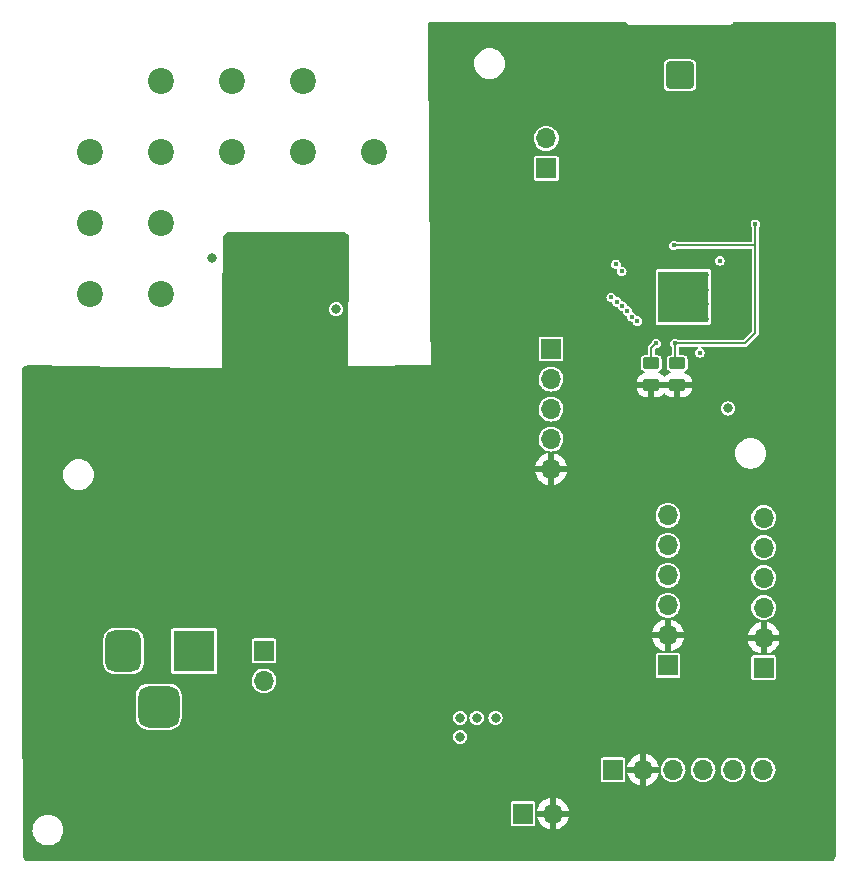
<source format=gbr>
%TF.GenerationSoftware,KiCad,Pcbnew,(6.0.7)*%
%TF.CreationDate,2022-10-02T00:57:54+02:00*%
%TF.ProjectId,sensor_modul,73656e73-6f72-45f6-9d6f-64756c2e6b69,rev?*%
%TF.SameCoordinates,Original*%
%TF.FileFunction,Copper,L4,Bot*%
%TF.FilePolarity,Positive*%
%FSLAX46Y46*%
G04 Gerber Fmt 4.6, Leading zero omitted, Abs format (unit mm)*
G04 Created by KiCad (PCBNEW (6.0.7)) date 2022-10-02 00:57:54*
%MOMM*%
%LPD*%
G01*
G04 APERTURE LIST*
G04 Aperture macros list*
%AMRoundRect*
0 Rectangle with rounded corners*
0 $1 Rounding radius*
0 $2 $3 $4 $5 $6 $7 $8 $9 X,Y pos of 4 corners*
0 Add a 4 corners polygon primitive as box body*
4,1,4,$2,$3,$4,$5,$6,$7,$8,$9,$2,$3,0*
0 Add four circle primitives for the rounded corners*
1,1,$1+$1,$2,$3*
1,1,$1+$1,$4,$5*
1,1,$1+$1,$6,$7*
1,1,$1+$1,$8,$9*
0 Add four rect primitives between the rounded corners*
20,1,$1+$1,$2,$3,$4,$5,0*
20,1,$1+$1,$4,$5,$6,$7,0*
20,1,$1+$1,$6,$7,$8,$9,0*
20,1,$1+$1,$8,$9,$2,$3,0*%
G04 Aperture macros list end*
%TA.AperFunction,ComponentPad*%
%ADD10RoundRect,0.200100X-0.949900X-0.949900X0.949900X-0.949900X0.949900X0.949900X-0.949900X0.949900X0*%
%TD*%
%TA.AperFunction,ComponentPad*%
%ADD11C,2.500000*%
%TD*%
%TA.AperFunction,ComponentPad*%
%ADD12R,3.500000X3.500000*%
%TD*%
%TA.AperFunction,ComponentPad*%
%ADD13RoundRect,0.750000X-0.750000X-1.000000X0.750000X-1.000000X0.750000X1.000000X-0.750000X1.000000X0*%
%TD*%
%TA.AperFunction,ComponentPad*%
%ADD14RoundRect,0.875000X-0.875000X-0.875000X0.875000X-0.875000X0.875000X0.875000X-0.875000X0.875000X0*%
%TD*%
%TA.AperFunction,ComponentPad*%
%ADD15R,1.700000X1.700000*%
%TD*%
%TA.AperFunction,ComponentPad*%
%ADD16O,1.700000X1.700000*%
%TD*%
%TA.AperFunction,ComponentPad*%
%ADD17C,0.500000*%
%TD*%
%TA.AperFunction,SMDPad,CuDef*%
%ADD18R,4.300000X4.300000*%
%TD*%
%TA.AperFunction,SMDPad,CuDef*%
%ADD19RoundRect,0.250000X-0.450000X0.262500X-0.450000X-0.262500X0.450000X-0.262500X0.450000X0.262500X0*%
%TD*%
%TA.AperFunction,ViaPad*%
%ADD20C,2.200000*%
%TD*%
%TA.AperFunction,ViaPad*%
%ADD21C,0.400000*%
%TD*%
%TA.AperFunction,ViaPad*%
%ADD22C,0.800000*%
%TD*%
%TA.AperFunction,Conductor*%
%ADD23C,0.200000*%
%TD*%
G04 APERTURE END LIST*
D10*
%TO.P,J2,1,In*%
%TO.N,Net-(C3-Pad1)*%
X117900000Y-32500000D03*
D11*
%TO.P,J2,2,Ext*%
%TO.N,GND*%
X115360000Y-35040000D03*
X115360000Y-29960000D03*
X120440000Y-29960000D03*
X120440000Y-35040000D03*
%TD*%
D12*
%TO.P,J3,1*%
%TO.N,Net-(D4-Pad1)*%
X76800000Y-81242500D03*
D13*
%TO.P,J3,2*%
%TO.N,Net-(D5-Pad2)*%
X70800000Y-81242500D03*
D14*
%TO.P,J3,3*%
%TO.N,N/C*%
X73800000Y-85942500D03*
%TD*%
D15*
%TO.P,TH1,1*%
%TO.N,/EFR32/Temp_sense*%
X104625000Y-95000000D03*
D16*
%TO.P,TH1,2*%
%TO.N,GND*%
X107165000Y-95000000D03*
%TD*%
D15*
%TO.P,J1,1,Pin_1*%
%TO.N,/EFR32/SPI_CS1*%
X116900000Y-82450000D03*
D16*
%TO.P,J1,2,Pin_2*%
%TO.N,GND*%
X116900000Y-79910000D03*
%TO.P,J1,3,Pin_3*%
%TO.N,/EFR32/SPI_CLK*%
X116900000Y-77370000D03*
%TO.P,J1,4,Pin_4*%
%TO.N,/EFR32/SPI_MOSI*%
X116900000Y-74830000D03*
%TO.P,J1,5,Pin_5*%
%TO.N,/EFR32/SPI_MISO*%
X116900000Y-72290000D03*
%TO.P,J1,6,Pin_6*%
%TO.N,+3V3*%
X116900000Y-69750000D03*
%TD*%
D15*
%TO.P,J4,1,Pin_1*%
%TO.N,/EFR32/SPI_CS2*%
X112250000Y-91300000D03*
D16*
%TO.P,J4,2,Pin_2*%
%TO.N,GND*%
X114790000Y-91300000D03*
%TO.P,J4,3,Pin_3*%
%TO.N,/EFR32/SPI_CLK*%
X117330000Y-91300000D03*
%TO.P,J4,4,Pin_4*%
%TO.N,/EFR32/SPI_MOSI*%
X119870000Y-91300000D03*
%TO.P,J4,5,Pin_5*%
%TO.N,/EFR32/SPI_MISO*%
X122410000Y-91300000D03*
%TO.P,J4,6,Pin_6*%
%TO.N,+3V3*%
X124950000Y-91300000D03*
%TD*%
D17*
%TO.P,U2,49*%
%TO.N,N/C*%
X120110000Y-50631667D03*
X118843333Y-49365000D03*
X117576667Y-51898333D03*
X117576667Y-50631667D03*
D18*
X118210000Y-51265000D03*
D17*
X118843333Y-53165000D03*
X116310000Y-50631667D03*
X118843333Y-50631667D03*
X116310000Y-49365000D03*
X116310000Y-51898333D03*
X116310000Y-53165000D03*
X120110000Y-51898333D03*
X117576667Y-53165000D03*
X118843333Y-51898333D03*
X120110000Y-49365000D03*
X120110000Y-53165000D03*
X117576667Y-49365000D03*
%TD*%
D15*
%TO.P,J7,1,Pin_1*%
%TO.N,+3V3*%
X107000000Y-55675000D03*
D16*
%TO.P,J7,2,Pin_2*%
%TO.N,/EFR32/SWDIO*%
X107000000Y-58215000D03*
%TO.P,J7,3,Pin_3*%
%TO.N,/EFR32/SWCLK*%
X107000000Y-60755000D03*
%TO.P,J7,4,Pin_4*%
%TO.N,/EFR32/RESET*%
X107000000Y-63295000D03*
%TO.P,J7,5,Pin_5*%
%TO.N,GND*%
X107000000Y-65835000D03*
%TD*%
D15*
%TO.P,J6,1,Pin_1*%
%TO.N,Net-(D3-Pad2)*%
X106600000Y-40375000D03*
D16*
%TO.P,J6,2,Pin_2*%
%TO.N,+3V3*%
X106600000Y-37835000D03*
%TD*%
D15*
%TO.P,J5,1,Pin_1*%
%TO.N,/EFR32/SPI_CS3*%
X125000000Y-82650000D03*
D16*
%TO.P,J5,2,Pin_2*%
%TO.N,GND*%
X125000000Y-80110000D03*
%TO.P,J5,3,Pin_3*%
%TO.N,/EFR32/SPI_CLK*%
X125000000Y-77570000D03*
%TO.P,J5,4,Pin_4*%
%TO.N,/EFR32/SPI_MOSI*%
X125000000Y-75030000D03*
%TO.P,J5,5,Pin_5*%
%TO.N,/EFR32/SPI_MISO*%
X125000000Y-72490000D03*
%TO.P,J5,6,Pin_6*%
%TO.N,+3V3*%
X125000000Y-69950000D03*
%TD*%
D15*
%TO.P,J8,1,Pin_1*%
%TO.N,Net-(D4-Pad2)*%
X82700000Y-81225000D03*
D16*
%TO.P,J8,2,Pin_2*%
%TO.N,Net-(D5-Pad1)*%
X82700000Y-83765000D03*
%TD*%
D19*
%TO.P,C17,1*%
%TO.N,VDCDC*%
X117700000Y-56887500D03*
%TO.P,C17,2*%
%TO.N,GND*%
X117700000Y-58712500D03*
%TD*%
%TO.P,C11,1*%
%TO.N,+3V3*%
X115500000Y-56887500D03*
%TO.P,C11,2*%
%TO.N,GND*%
X115500000Y-58712500D03*
%TD*%
D20*
%TO.N,*%
X68000000Y-39000000D03*
X74000000Y-33000000D03*
X74000000Y-39000000D03*
X68000000Y-51000000D03*
X74000000Y-51000000D03*
X68000000Y-45000000D03*
X86000000Y-33000000D03*
X92000000Y-39000000D03*
X74000000Y-45000000D03*
X80000000Y-33000000D03*
X86000000Y-39000000D03*
X80000000Y-39000000D03*
D21*
%TO.N,/EFR32/SPI_CS1*%
X113036532Y-52038612D03*
%TO.N,+3V3*%
X115900000Y-55200000D03*
D22*
X99300000Y-88500000D03*
X99300000Y-86900000D03*
X78300000Y-48000000D03*
X88800000Y-52300000D03*
X102300000Y-86900000D03*
D21*
X119600000Y-56000000D03*
D22*
X100700000Y-86900000D03*
%TO.N,GND*%
X129500000Y-55500000D03*
X110000000Y-46000000D03*
X63600000Y-58200000D03*
D21*
X119200000Y-39900000D03*
D22*
X129500000Y-49500000D03*
X63600000Y-76300000D03*
X73660000Y-63500000D03*
X86100000Y-46300000D03*
D21*
X119200000Y-41800000D03*
D22*
X129500000Y-65500000D03*
X75000000Y-60000000D03*
X129500000Y-93500000D03*
X117500000Y-98000000D03*
X125500000Y-41500000D03*
X129500000Y-47500000D03*
X73500000Y-98000000D03*
X88900000Y-63500000D03*
X127500000Y-35500000D03*
X87500000Y-98000000D03*
X78740000Y-71120000D03*
X129500000Y-37500000D03*
X106000000Y-31900000D03*
X70000000Y-67620000D03*
X129500000Y-77500000D03*
X63600000Y-72300000D03*
X125500000Y-37500000D03*
X127500000Y-49500000D03*
X110000000Y-42000000D03*
X127500000Y-47500000D03*
X109500000Y-98000000D03*
X110000000Y-44000000D03*
X129500000Y-53500000D03*
X123500000Y-39500000D03*
X103500000Y-98000000D03*
X63600000Y-78300000D03*
X127500000Y-39500000D03*
X69465514Y-97941378D03*
X63600000Y-88300000D03*
X129500000Y-79500000D03*
X85000000Y-60000000D03*
X129500000Y-63500000D03*
X123500000Y-98000000D03*
X112000000Y-30000000D03*
D21*
X84800000Y-49900000D03*
D22*
X125500000Y-39500000D03*
X63600000Y-74300000D03*
D21*
X121200000Y-42400000D03*
D22*
X125500000Y-43500000D03*
X73660000Y-71120000D03*
X80000000Y-60000000D03*
X112000000Y-46000000D03*
X129500000Y-81500000D03*
X113500000Y-98000000D03*
X63600000Y-86300000D03*
X66200000Y-63500000D03*
X63600000Y-62200000D03*
X112000000Y-34000000D03*
X121500000Y-98000000D03*
X114000000Y-39000000D03*
X129500000Y-75500000D03*
X123500000Y-33500000D03*
X129500000Y-41500000D03*
X63600000Y-80300000D03*
X129500000Y-61500000D03*
X85000000Y-67620000D03*
X108000000Y-30000000D03*
X125500000Y-98000000D03*
X79500000Y-98000000D03*
X108000000Y-34000000D03*
X123500000Y-31500000D03*
X110000000Y-32000000D03*
X83820000Y-71120000D03*
X127500000Y-41500000D03*
X95500000Y-98000000D03*
X127500000Y-33500000D03*
X110000000Y-30000000D03*
D21*
X116616388Y-55209988D03*
D22*
X90000000Y-67620000D03*
X108000000Y-31900000D03*
X78740000Y-63500000D03*
X63600000Y-82300000D03*
X89500000Y-98000000D03*
X127500000Y-53500000D03*
X129500000Y-33500000D03*
X82600000Y-46300000D03*
X112000000Y-36000000D03*
X125500000Y-31500000D03*
X129500000Y-29500000D03*
X77500000Y-98000000D03*
X129500000Y-59500000D03*
X129500000Y-73500000D03*
X112000000Y-44000000D03*
X127500000Y-29500000D03*
X129500000Y-89500000D03*
X129500000Y-67500000D03*
X88300000Y-46300000D03*
X129500000Y-35500000D03*
X129500000Y-57500000D03*
X67486214Y-97894252D03*
X123500000Y-35500000D03*
X63600000Y-64200000D03*
D21*
X121200000Y-40800000D03*
D22*
X129500000Y-95500000D03*
X110000000Y-38000000D03*
X110000000Y-34000000D03*
X110000000Y-40000000D03*
X127500000Y-51500000D03*
X80000000Y-67620000D03*
X115500000Y-98000000D03*
X123500000Y-29500000D03*
X85500000Y-98000000D03*
X129500000Y-43500000D03*
X97500000Y-98000000D03*
X119500000Y-98000000D03*
X129500000Y-31500000D03*
X84400000Y-46300000D03*
X81500000Y-98000000D03*
X75000000Y-67620000D03*
X129500000Y-85500000D03*
X81600000Y-51500000D03*
X129500000Y-91500000D03*
X107500000Y-98000000D03*
X99500000Y-98000000D03*
X106000000Y-30000000D03*
X112000000Y-42000000D03*
D21*
X121200000Y-39200000D03*
D22*
X114000000Y-43000000D03*
X114000000Y-45000000D03*
X63600000Y-60200000D03*
D21*
X117000000Y-38000000D03*
D22*
X127500000Y-31500000D03*
X129500000Y-69500000D03*
X129500000Y-97500000D03*
X91500000Y-98000000D03*
X105500000Y-98000000D03*
D21*
X120600000Y-37800000D03*
D22*
X75500000Y-98000000D03*
X125500000Y-29500000D03*
X127500000Y-43500000D03*
X127500000Y-98000000D03*
X63600000Y-90300000D03*
X114000000Y-41000000D03*
X129500000Y-83500000D03*
X87100000Y-51100000D03*
X123500000Y-43500000D03*
X93500000Y-98000000D03*
X110000000Y-36000000D03*
X70000000Y-60000000D03*
X129500000Y-71500000D03*
X63600000Y-84300000D03*
X129500000Y-51500000D03*
X71500000Y-98000000D03*
X112000000Y-40000000D03*
X63600000Y-92300000D03*
X127500000Y-37500000D03*
X101500000Y-98000000D03*
X112000000Y-32000000D03*
X106000000Y-34000000D03*
X125500000Y-35500000D03*
X88900000Y-71120000D03*
D21*
X84800000Y-48400000D03*
D22*
X90000000Y-60000000D03*
X127500000Y-45500000D03*
X83820000Y-63500000D03*
X123500000Y-37500000D03*
X129500000Y-39500000D03*
X112000000Y-38000000D03*
X111500000Y-98000000D03*
X83500000Y-98000000D03*
X125500000Y-33500000D03*
X93980000Y-63500000D03*
X129500000Y-87500000D03*
X80700000Y-46300000D03*
X123500000Y-41500000D03*
X129500000Y-45500000D03*
D21*
%TO.N,VDCDC*%
X117400500Y-46900000D03*
X117500000Y-55200000D03*
X124300000Y-45100000D03*
%TO.N,/EFR32/SPI_CLK*%
X113467447Y-52455403D03*
%TO.N,/EFR32/SPI_MOSI*%
X113820904Y-52939625D03*
%TO.N,/EFR32/SPI_MISO*%
X114300000Y-53300000D03*
%TO.N,/EFR32/SPI_CS2*%
X112088752Y-51304351D03*
%TO.N,/EFR32/SPI_CS3*%
X112558478Y-51676856D03*
%TO.N,/EFR32/RESET*%
X121300000Y-48200000D03*
D22*
X122000000Y-60700000D03*
D21*
%TO.N,/EFR32/SWDIO*%
X112500000Y-48500000D03*
%TO.N,/EFR32/SWCLK*%
X113000000Y-49100000D03*
%TD*%
D23*
%TO.N,+3V3*%
X115500000Y-56000000D02*
X115500000Y-56887500D01*
X115500000Y-56000000D02*
X115500000Y-55600000D01*
X115500000Y-55600000D02*
X115900000Y-55200000D01*
%TO.N,VDCDC*%
X117500000Y-56687500D02*
X117700000Y-56887500D01*
X123400000Y-55200000D02*
X117500000Y-55200000D01*
X124300000Y-54300000D02*
X124300000Y-46800000D01*
X124300000Y-46800000D02*
X124300000Y-45100000D01*
X117400500Y-46900000D02*
X124200000Y-46900000D01*
X123400000Y-55200000D02*
X124300000Y-54300000D01*
X117500000Y-55200000D02*
X117500000Y-56687500D01*
X124200000Y-46900000D02*
X124300000Y-46800000D01*
%TD*%
%TA.AperFunction,Conductor*%
%TO.N,GND*%
G36*
X113385123Y-28018806D02*
G01*
X113399456Y-28044769D01*
X113399455Y-28045563D01*
X113402502Y-28051908D01*
X113402502Y-28051909D01*
X113427748Y-28104484D01*
X113439052Y-28128024D01*
X113510492Y-28185156D01*
X113577219Y-28200500D01*
X122222603Y-28200500D01*
X122265959Y-28190610D01*
X122282325Y-28186877D01*
X122282326Y-28186877D01*
X122289185Y-28185312D01*
X122325555Y-28156330D01*
X122355219Y-28132692D01*
X122355220Y-28132691D01*
X122360724Y-28128305D01*
X122372214Y-28104484D01*
X122397408Y-28052252D01*
X122397409Y-28052250D01*
X122400465Y-28045913D01*
X122400465Y-28045778D01*
X122425849Y-28010056D01*
X122459064Y-28000500D01*
X131023179Y-28000500D01*
X131067373Y-28018806D01*
X131085142Y-28054825D01*
X131097455Y-28148157D01*
X131097992Y-28156330D01*
X131098282Y-38404109D01*
X131099499Y-81337590D01*
X131099500Y-81378705D01*
X131099500Y-98548325D01*
X131098966Y-98556481D01*
X131084026Y-98669988D01*
X131079803Y-98685749D01*
X131036150Y-98791139D01*
X131027992Y-98805269D01*
X130958551Y-98895769D01*
X130947014Y-98907306D01*
X130856515Y-98976749D01*
X130842386Y-98984907D01*
X130818639Y-98994743D01*
X130794722Y-98999500D01*
X62579439Y-98999500D01*
X62555556Y-98994756D01*
X62530073Y-98984219D01*
X62515960Y-98976085D01*
X62425528Y-98906836D01*
X62413995Y-98895330D01*
X62344536Y-98805068D01*
X62336368Y-98790973D01*
X62292591Y-98685819D01*
X62288344Y-98670091D01*
X62288331Y-98669988D01*
X62272685Y-98553115D01*
X62272132Y-98544975D01*
X62270122Y-97700500D01*
X62267026Y-96400000D01*
X63094532Y-96400000D01*
X63114365Y-96626692D01*
X63173261Y-96846496D01*
X63269432Y-97052734D01*
X63399953Y-97239139D01*
X63560861Y-97400047D01*
X63747266Y-97530568D01*
X63749737Y-97531720D01*
X63749740Y-97531722D01*
X63861203Y-97583698D01*
X63953504Y-97626739D01*
X63956137Y-97627444D01*
X63956141Y-97627446D01*
X64170672Y-97684929D01*
X64170675Y-97684930D01*
X64173308Y-97685635D01*
X64176024Y-97685873D01*
X64176026Y-97685873D01*
X64341864Y-97700382D01*
X64341870Y-97700382D01*
X64343216Y-97700500D01*
X64456784Y-97700500D01*
X64458130Y-97700382D01*
X64458136Y-97700382D01*
X64623974Y-97685873D01*
X64623976Y-97685873D01*
X64626692Y-97685635D01*
X64629325Y-97684930D01*
X64629328Y-97684929D01*
X64843859Y-97627446D01*
X64843863Y-97627444D01*
X64846496Y-97626739D01*
X64938797Y-97583698D01*
X65050260Y-97531722D01*
X65050263Y-97531720D01*
X65052734Y-97530568D01*
X65239139Y-97400047D01*
X65400047Y-97239139D01*
X65530568Y-97052734D01*
X65626739Y-96846496D01*
X65685635Y-96626692D01*
X65705468Y-96400000D01*
X65699624Y-96333204D01*
X65685873Y-96176026D01*
X65685873Y-96176024D01*
X65685635Y-96173308D01*
X65684929Y-96170672D01*
X65627446Y-95956141D01*
X65627444Y-95956137D01*
X65626739Y-95953504D01*
X65587683Y-95869748D01*
X103574500Y-95869748D01*
X103586133Y-95928231D01*
X103630448Y-95994552D01*
X103635562Y-95997969D01*
X103691653Y-96035449D01*
X103691655Y-96035450D01*
X103696769Y-96038867D01*
X103702803Y-96040067D01*
X103702805Y-96040068D01*
X103752239Y-96049901D01*
X103752242Y-96049901D01*
X103755252Y-96050500D01*
X105494748Y-96050500D01*
X105497758Y-96049901D01*
X105497761Y-96049901D01*
X105547195Y-96040068D01*
X105547197Y-96040067D01*
X105553231Y-96038867D01*
X105558345Y-96035450D01*
X105558347Y-96035449D01*
X105614438Y-95997969D01*
X105619552Y-95994552D01*
X105663867Y-95928231D01*
X105675500Y-95869748D01*
X105675500Y-95262051D01*
X105831924Y-95262051D01*
X105864139Y-95404994D01*
X105865664Y-95409861D01*
X105947747Y-95612008D01*
X105950057Y-95616582D01*
X106064051Y-95802602D01*
X106067072Y-95806731D01*
X106209917Y-95971635D01*
X106213580Y-95975222D01*
X106381437Y-96114580D01*
X106385631Y-96117517D01*
X106573999Y-96227590D01*
X106578615Y-96229802D01*
X106782442Y-96307635D01*
X106787343Y-96309059D01*
X106898817Y-96331738D01*
X106908158Y-96329923D01*
X106911000Y-96325709D01*
X106911000Y-96324201D01*
X107419000Y-96324201D01*
X107422641Y-96332991D01*
X107428495Y-96335416D01*
X107445762Y-96333204D01*
X107450772Y-96332139D01*
X107659749Y-96269443D01*
X107664499Y-96267581D01*
X107860436Y-96171592D01*
X107864824Y-96168976D01*
X108042449Y-96042278D01*
X108046352Y-96038980D01*
X108200897Y-95884973D01*
X108204210Y-95881080D01*
X108331522Y-95703906D01*
X108334161Y-95699515D01*
X108430825Y-95503930D01*
X108432710Y-95499170D01*
X108496136Y-95290413D01*
X108497215Y-95285420D01*
X108499728Y-95266326D01*
X108497266Y-95257135D01*
X108491835Y-95254000D01*
X107431431Y-95254000D01*
X107422641Y-95257641D01*
X107419000Y-95266431D01*
X107419000Y-96324201D01*
X106911000Y-96324201D01*
X106911000Y-95266431D01*
X106907359Y-95257641D01*
X106898569Y-95254000D01*
X105842541Y-95254000D01*
X105833751Y-95257641D01*
X105831924Y-95262051D01*
X105675500Y-95262051D01*
X105675500Y-94736924D01*
X105828628Y-94736924D01*
X105830347Y-94742767D01*
X105836274Y-94746000D01*
X106898569Y-94746000D01*
X106907359Y-94742359D01*
X106911000Y-94733569D01*
X107419000Y-94733569D01*
X107422641Y-94742359D01*
X107431431Y-94746000D01*
X108489028Y-94746000D01*
X108497818Y-94742359D01*
X108499515Y-94738261D01*
X108455580Y-94563350D01*
X108453932Y-94558510D01*
X108366937Y-94358435D01*
X108364514Y-94353917D01*
X108246013Y-94170741D01*
X108242889Y-94166684D01*
X108096057Y-94005318D01*
X108092314Y-94001827D01*
X107921091Y-93866605D01*
X107916834Y-93863777D01*
X107725831Y-93758337D01*
X107721166Y-93756240D01*
X107515503Y-93683411D01*
X107510555Y-93682103D01*
X107431239Y-93667975D01*
X107421947Y-93670018D01*
X107419000Y-93674626D01*
X107419000Y-94733569D01*
X106911000Y-94733569D01*
X106911000Y-93677418D01*
X106907359Y-93668628D01*
X106901922Y-93666376D01*
X106851745Y-93674055D01*
X106846766Y-93675241D01*
X106639394Y-93743020D01*
X106634669Y-93745006D01*
X106441153Y-93845744D01*
X106436819Y-93848474D01*
X106262348Y-93979471D01*
X106258527Y-93982863D01*
X106107793Y-94140598D01*
X106104572Y-94144575D01*
X105981629Y-94324802D01*
X105979096Y-94329261D01*
X105887240Y-94527149D01*
X105885473Y-94531950D01*
X105828628Y-94736924D01*
X105675500Y-94736924D01*
X105675500Y-94130252D01*
X105663867Y-94071769D01*
X105619552Y-94005448D01*
X105585752Y-93982863D01*
X105558347Y-93964551D01*
X105558345Y-93964550D01*
X105553231Y-93961133D01*
X105547197Y-93959933D01*
X105547195Y-93959932D01*
X105497761Y-93950099D01*
X105497758Y-93950099D01*
X105494748Y-93949500D01*
X103755252Y-93949500D01*
X103752242Y-93950099D01*
X103752239Y-93950099D01*
X103702805Y-93959932D01*
X103702803Y-93959933D01*
X103696769Y-93961133D01*
X103691655Y-93964550D01*
X103691653Y-93964551D01*
X103664248Y-93982863D01*
X103630448Y-94005448D01*
X103586133Y-94071769D01*
X103574500Y-94130252D01*
X103574500Y-95869748D01*
X65587683Y-95869748D01*
X65530568Y-95747266D01*
X65400047Y-95560861D01*
X65239139Y-95399953D01*
X65052734Y-95269432D01*
X65050263Y-95268280D01*
X65050260Y-95268278D01*
X64938797Y-95216302D01*
X64846496Y-95173261D01*
X64843863Y-95172556D01*
X64843859Y-95172554D01*
X64629328Y-95115071D01*
X64629325Y-95115070D01*
X64626692Y-95114365D01*
X64623976Y-95114127D01*
X64623974Y-95114127D01*
X64458136Y-95099618D01*
X64458130Y-95099618D01*
X64456784Y-95099500D01*
X64343216Y-95099500D01*
X64341870Y-95099618D01*
X64341864Y-95099618D01*
X64176026Y-95114127D01*
X64176024Y-95114127D01*
X64173308Y-95114365D01*
X64170675Y-95115070D01*
X64170672Y-95115071D01*
X63956141Y-95172554D01*
X63956137Y-95172556D01*
X63953504Y-95173261D01*
X63861203Y-95216302D01*
X63749740Y-95268278D01*
X63749737Y-95268280D01*
X63747266Y-95269432D01*
X63560861Y-95399953D01*
X63399953Y-95560861D01*
X63269432Y-95747266D01*
X63173261Y-95953504D01*
X63172556Y-95956137D01*
X63172554Y-95956141D01*
X63115071Y-96170672D01*
X63114365Y-96173308D01*
X63114127Y-96176024D01*
X63114127Y-96176026D01*
X63100376Y-96333204D01*
X63094532Y-96400000D01*
X62267026Y-96400000D01*
X62256954Y-92169748D01*
X111199500Y-92169748D01*
X111200099Y-92172758D01*
X111200099Y-92172761D01*
X111203779Y-92191258D01*
X111211133Y-92228231D01*
X111255448Y-92294552D01*
X111260562Y-92297969D01*
X111316653Y-92335449D01*
X111316655Y-92335450D01*
X111321769Y-92338867D01*
X111327803Y-92340067D01*
X111327805Y-92340068D01*
X111377239Y-92349901D01*
X111377242Y-92349901D01*
X111380252Y-92350500D01*
X113119748Y-92350500D01*
X113122758Y-92349901D01*
X113122761Y-92349901D01*
X113172195Y-92340068D01*
X113172197Y-92340067D01*
X113178231Y-92338867D01*
X113183345Y-92335450D01*
X113183347Y-92335449D01*
X113239438Y-92297969D01*
X113244552Y-92294552D01*
X113288867Y-92228231D01*
X113296222Y-92191258D01*
X113299901Y-92172761D01*
X113299901Y-92172758D01*
X113300500Y-92169748D01*
X113300500Y-91562051D01*
X113456924Y-91562051D01*
X113489139Y-91704994D01*
X113490664Y-91709861D01*
X113572747Y-91912008D01*
X113575057Y-91916582D01*
X113689051Y-92102602D01*
X113692072Y-92106731D01*
X113834917Y-92271635D01*
X113838580Y-92275222D01*
X114006437Y-92414580D01*
X114010631Y-92417517D01*
X114198999Y-92527590D01*
X114203615Y-92529802D01*
X114407442Y-92607635D01*
X114412343Y-92609059D01*
X114523817Y-92631738D01*
X114533158Y-92629923D01*
X114536000Y-92625709D01*
X114536000Y-92624201D01*
X115044000Y-92624201D01*
X115047641Y-92632991D01*
X115053495Y-92635416D01*
X115070762Y-92633204D01*
X115075772Y-92632139D01*
X115284749Y-92569443D01*
X115289499Y-92567581D01*
X115485436Y-92471592D01*
X115489824Y-92468976D01*
X115667449Y-92342278D01*
X115671352Y-92338980D01*
X115825897Y-92184973D01*
X115829210Y-92181080D01*
X115956522Y-92003906D01*
X115959161Y-91999515D01*
X116055825Y-91803930D01*
X116057710Y-91799170D01*
X116121136Y-91590413D01*
X116122215Y-91585420D01*
X116124728Y-91566326D01*
X116122266Y-91557135D01*
X116116835Y-91554000D01*
X115056431Y-91554000D01*
X115047641Y-91557641D01*
X115044000Y-91566431D01*
X115044000Y-92624201D01*
X114536000Y-92624201D01*
X114536000Y-91566431D01*
X114532359Y-91557641D01*
X114523569Y-91554000D01*
X113467541Y-91554000D01*
X113458751Y-91557641D01*
X113456924Y-91562051D01*
X113300500Y-91562051D01*
X113300500Y-91285262D01*
X116274520Y-91285262D01*
X116291759Y-91490553D01*
X116348544Y-91688586D01*
X116442712Y-91871818D01*
X116444603Y-91874204D01*
X116444605Y-91874207D01*
X116473598Y-91910787D01*
X116570677Y-92033270D01*
X116573007Y-92035253D01*
X116656994Y-92106731D01*
X116727564Y-92166791D01*
X116907398Y-92267297D01*
X116910302Y-92268241D01*
X116910303Y-92268241D01*
X117100416Y-92330013D01*
X117100421Y-92330014D01*
X117103329Y-92330959D01*
X117106370Y-92331322D01*
X117106372Y-92331322D01*
X117175344Y-92339546D01*
X117307894Y-92355351D01*
X117310936Y-92355117D01*
X117310939Y-92355117D01*
X117510249Y-92339781D01*
X117510251Y-92339781D01*
X117513300Y-92339546D01*
X117711725Y-92284145D01*
X117714448Y-92282770D01*
X117714452Y-92282768D01*
X117892890Y-92192632D01*
X117895610Y-92191258D01*
X117898008Y-92189385D01*
X117898012Y-92189382D01*
X118009085Y-92102602D01*
X118057951Y-92064424D01*
X118086910Y-92030875D01*
X118113978Y-91999515D01*
X118192564Y-91908472D01*
X118294323Y-91729344D01*
X118359351Y-91533863D01*
X118364452Y-91493489D01*
X118384951Y-91331216D01*
X118384951Y-91331215D01*
X118385171Y-91329474D01*
X118385583Y-91300000D01*
X118385414Y-91298280D01*
X118385414Y-91298271D01*
X118384138Y-91285262D01*
X118814520Y-91285262D01*
X118831759Y-91490553D01*
X118888544Y-91688586D01*
X118982712Y-91871818D01*
X118984603Y-91874204D01*
X118984605Y-91874207D01*
X119013598Y-91910787D01*
X119110677Y-92033270D01*
X119113007Y-92035253D01*
X119196994Y-92106731D01*
X119267564Y-92166791D01*
X119447398Y-92267297D01*
X119450302Y-92268241D01*
X119450303Y-92268241D01*
X119640416Y-92330013D01*
X119640421Y-92330014D01*
X119643329Y-92330959D01*
X119646370Y-92331322D01*
X119646372Y-92331322D01*
X119715344Y-92339546D01*
X119847894Y-92355351D01*
X119850936Y-92355117D01*
X119850939Y-92355117D01*
X120050249Y-92339781D01*
X120050251Y-92339781D01*
X120053300Y-92339546D01*
X120251725Y-92284145D01*
X120254448Y-92282770D01*
X120254452Y-92282768D01*
X120432890Y-92192632D01*
X120435610Y-92191258D01*
X120438008Y-92189385D01*
X120438012Y-92189382D01*
X120549085Y-92102602D01*
X120597951Y-92064424D01*
X120626910Y-92030875D01*
X120653978Y-91999515D01*
X120732564Y-91908472D01*
X120834323Y-91729344D01*
X120899351Y-91533863D01*
X120904452Y-91493489D01*
X120924951Y-91331216D01*
X120924951Y-91331215D01*
X120925171Y-91329474D01*
X120925583Y-91300000D01*
X120925414Y-91298280D01*
X120925414Y-91298271D01*
X120924138Y-91285262D01*
X121354520Y-91285262D01*
X121371759Y-91490553D01*
X121428544Y-91688586D01*
X121522712Y-91871818D01*
X121524603Y-91874204D01*
X121524605Y-91874207D01*
X121553598Y-91910787D01*
X121650677Y-92033270D01*
X121653007Y-92035253D01*
X121736994Y-92106731D01*
X121807564Y-92166791D01*
X121987398Y-92267297D01*
X121990302Y-92268241D01*
X121990303Y-92268241D01*
X122180416Y-92330013D01*
X122180421Y-92330014D01*
X122183329Y-92330959D01*
X122186370Y-92331322D01*
X122186372Y-92331322D01*
X122255344Y-92339546D01*
X122387894Y-92355351D01*
X122390936Y-92355117D01*
X122390939Y-92355117D01*
X122590249Y-92339781D01*
X122590251Y-92339781D01*
X122593300Y-92339546D01*
X122791725Y-92284145D01*
X122794448Y-92282770D01*
X122794452Y-92282768D01*
X122972890Y-92192632D01*
X122975610Y-92191258D01*
X122978008Y-92189385D01*
X122978012Y-92189382D01*
X123089085Y-92102602D01*
X123137951Y-92064424D01*
X123166910Y-92030875D01*
X123193978Y-91999515D01*
X123272564Y-91908472D01*
X123374323Y-91729344D01*
X123439351Y-91533863D01*
X123444452Y-91493489D01*
X123464951Y-91331216D01*
X123464951Y-91331215D01*
X123465171Y-91329474D01*
X123465583Y-91300000D01*
X123465414Y-91298280D01*
X123465414Y-91298271D01*
X123464138Y-91285262D01*
X123894520Y-91285262D01*
X123911759Y-91490553D01*
X123968544Y-91688586D01*
X124062712Y-91871818D01*
X124064603Y-91874204D01*
X124064605Y-91874207D01*
X124093598Y-91910787D01*
X124190677Y-92033270D01*
X124193007Y-92035253D01*
X124276994Y-92106731D01*
X124347564Y-92166791D01*
X124527398Y-92267297D01*
X124530302Y-92268241D01*
X124530303Y-92268241D01*
X124720416Y-92330013D01*
X124720421Y-92330014D01*
X124723329Y-92330959D01*
X124726370Y-92331322D01*
X124726372Y-92331322D01*
X124795344Y-92339546D01*
X124927894Y-92355351D01*
X124930936Y-92355117D01*
X124930939Y-92355117D01*
X125130249Y-92339781D01*
X125130251Y-92339781D01*
X125133300Y-92339546D01*
X125331725Y-92284145D01*
X125334448Y-92282770D01*
X125334452Y-92282768D01*
X125512890Y-92192632D01*
X125515610Y-92191258D01*
X125518008Y-92189385D01*
X125518012Y-92189382D01*
X125629085Y-92102602D01*
X125677951Y-92064424D01*
X125706910Y-92030875D01*
X125733978Y-91999515D01*
X125812564Y-91908472D01*
X125914323Y-91729344D01*
X125979351Y-91533863D01*
X125984452Y-91493489D01*
X126004951Y-91331216D01*
X126004951Y-91331215D01*
X126005171Y-91329474D01*
X126005583Y-91300000D01*
X126005414Y-91298280D01*
X126005414Y-91298271D01*
X125985778Y-91098010D01*
X125985480Y-91094970D01*
X125925935Y-90897749D01*
X125829218Y-90715849D01*
X125699011Y-90556200D01*
X125540275Y-90424882D01*
X125359055Y-90326897D01*
X125289764Y-90305448D01*
X125165169Y-90266879D01*
X125165166Y-90266878D01*
X125162254Y-90265977D01*
X125159221Y-90265658D01*
X125159220Y-90265658D01*
X125104739Y-90259932D01*
X124957369Y-90244443D01*
X124954336Y-90244719D01*
X124954332Y-90244719D01*
X124841436Y-90254993D01*
X124752203Y-90263114D01*
X124749270Y-90263977D01*
X124749266Y-90263978D01*
X124619974Y-90302031D01*
X124554572Y-90321280D01*
X124372002Y-90416726D01*
X124211447Y-90545815D01*
X124079024Y-90703630D01*
X123979776Y-90884162D01*
X123917484Y-91080532D01*
X123917143Y-91083570D01*
X123917143Y-91083571D01*
X123915524Y-91098010D01*
X123894520Y-91285262D01*
X123464138Y-91285262D01*
X123445778Y-91098010D01*
X123445480Y-91094970D01*
X123385935Y-90897749D01*
X123289218Y-90715849D01*
X123159011Y-90556200D01*
X123000275Y-90424882D01*
X122819055Y-90326897D01*
X122749764Y-90305448D01*
X122625169Y-90266879D01*
X122625166Y-90266878D01*
X122622254Y-90265977D01*
X122619221Y-90265658D01*
X122619220Y-90265658D01*
X122564739Y-90259932D01*
X122417369Y-90244443D01*
X122414336Y-90244719D01*
X122414332Y-90244719D01*
X122301436Y-90254993D01*
X122212203Y-90263114D01*
X122209270Y-90263977D01*
X122209266Y-90263978D01*
X122079974Y-90302031D01*
X122014572Y-90321280D01*
X121832002Y-90416726D01*
X121671447Y-90545815D01*
X121539024Y-90703630D01*
X121439776Y-90884162D01*
X121377484Y-91080532D01*
X121377143Y-91083570D01*
X121377143Y-91083571D01*
X121375524Y-91098010D01*
X121354520Y-91285262D01*
X120924138Y-91285262D01*
X120905778Y-91098010D01*
X120905480Y-91094970D01*
X120845935Y-90897749D01*
X120749218Y-90715849D01*
X120619011Y-90556200D01*
X120460275Y-90424882D01*
X120279055Y-90326897D01*
X120209764Y-90305448D01*
X120085169Y-90266879D01*
X120085166Y-90266878D01*
X120082254Y-90265977D01*
X120079221Y-90265658D01*
X120079220Y-90265658D01*
X120024739Y-90259932D01*
X119877369Y-90244443D01*
X119874336Y-90244719D01*
X119874332Y-90244719D01*
X119761436Y-90254993D01*
X119672203Y-90263114D01*
X119669270Y-90263977D01*
X119669266Y-90263978D01*
X119539974Y-90302031D01*
X119474572Y-90321280D01*
X119292002Y-90416726D01*
X119131447Y-90545815D01*
X118999024Y-90703630D01*
X118899776Y-90884162D01*
X118837484Y-91080532D01*
X118837143Y-91083570D01*
X118837143Y-91083571D01*
X118835524Y-91098010D01*
X118814520Y-91285262D01*
X118384138Y-91285262D01*
X118365778Y-91098010D01*
X118365480Y-91094970D01*
X118305935Y-90897749D01*
X118209218Y-90715849D01*
X118079011Y-90556200D01*
X117920275Y-90424882D01*
X117739055Y-90326897D01*
X117669764Y-90305448D01*
X117545169Y-90266879D01*
X117545166Y-90266878D01*
X117542254Y-90265977D01*
X117539221Y-90265658D01*
X117539220Y-90265658D01*
X117484739Y-90259932D01*
X117337369Y-90244443D01*
X117334336Y-90244719D01*
X117334332Y-90244719D01*
X117221436Y-90254993D01*
X117132203Y-90263114D01*
X117129270Y-90263977D01*
X117129266Y-90263978D01*
X116999974Y-90302031D01*
X116934572Y-90321280D01*
X116752002Y-90416726D01*
X116591447Y-90545815D01*
X116459024Y-90703630D01*
X116359776Y-90884162D01*
X116297484Y-91080532D01*
X116297143Y-91083570D01*
X116297143Y-91083571D01*
X116295524Y-91098010D01*
X116274520Y-91285262D01*
X113300500Y-91285262D01*
X113300500Y-91036924D01*
X113453628Y-91036924D01*
X113455347Y-91042767D01*
X113461274Y-91046000D01*
X114523569Y-91046000D01*
X114532359Y-91042359D01*
X114536000Y-91033569D01*
X115044000Y-91033569D01*
X115047641Y-91042359D01*
X115056431Y-91046000D01*
X116114028Y-91046000D01*
X116122818Y-91042359D01*
X116124515Y-91038261D01*
X116080580Y-90863350D01*
X116078932Y-90858510D01*
X115991937Y-90658435D01*
X115989514Y-90653917D01*
X115871013Y-90470741D01*
X115867889Y-90466684D01*
X115721057Y-90305318D01*
X115717314Y-90301827D01*
X115546091Y-90166605D01*
X115541834Y-90163777D01*
X115350831Y-90058337D01*
X115346166Y-90056240D01*
X115140503Y-89983411D01*
X115135555Y-89982103D01*
X115056239Y-89967975D01*
X115046947Y-89970018D01*
X115044000Y-89974626D01*
X115044000Y-91033569D01*
X114536000Y-91033569D01*
X114536000Y-89977418D01*
X114532359Y-89968628D01*
X114526922Y-89966376D01*
X114476745Y-89974055D01*
X114471766Y-89975241D01*
X114264394Y-90043020D01*
X114259669Y-90045006D01*
X114066153Y-90145744D01*
X114061819Y-90148474D01*
X113887348Y-90279471D01*
X113883527Y-90282863D01*
X113732793Y-90440598D01*
X113729572Y-90444575D01*
X113606629Y-90624802D01*
X113604096Y-90629261D01*
X113512240Y-90827149D01*
X113510473Y-90831950D01*
X113453628Y-91036924D01*
X113300500Y-91036924D01*
X113300500Y-90430252D01*
X113299432Y-90424882D01*
X113290068Y-90377805D01*
X113290067Y-90377803D01*
X113288867Y-90371769D01*
X113244552Y-90305448D01*
X113210752Y-90282863D01*
X113183347Y-90264551D01*
X113183345Y-90264550D01*
X113178231Y-90261133D01*
X113172197Y-90259933D01*
X113172195Y-90259932D01*
X113122761Y-90250099D01*
X113122758Y-90250099D01*
X113119748Y-90249500D01*
X111380252Y-90249500D01*
X111377242Y-90250099D01*
X111377239Y-90250099D01*
X111327805Y-90259932D01*
X111327803Y-90259933D01*
X111321769Y-90261133D01*
X111316655Y-90264550D01*
X111316653Y-90264551D01*
X111289248Y-90282863D01*
X111255448Y-90305448D01*
X111211133Y-90371769D01*
X111209933Y-90377803D01*
X111209932Y-90377805D01*
X111200568Y-90424882D01*
X111199500Y-90430252D01*
X111199500Y-92169748D01*
X62256954Y-92169748D01*
X62248216Y-88500000D01*
X98694318Y-88500000D01*
X98714956Y-88656762D01*
X98775464Y-88802841D01*
X98871718Y-88928282D01*
X98997159Y-89024536D01*
X99000942Y-89026103D01*
X99139452Y-89083476D01*
X99139453Y-89083476D01*
X99143238Y-89085044D01*
X99147300Y-89085579D01*
X99147301Y-89085579D01*
X99295936Y-89105147D01*
X99300000Y-89105682D01*
X99304064Y-89105147D01*
X99452699Y-89085579D01*
X99452700Y-89085579D01*
X99456762Y-89085044D01*
X99460547Y-89083476D01*
X99460548Y-89083476D01*
X99599058Y-89026103D01*
X99602841Y-89024536D01*
X99728282Y-88928282D01*
X99824536Y-88802841D01*
X99885044Y-88656762D01*
X99905682Y-88500000D01*
X99885044Y-88343238D01*
X99824536Y-88197159D01*
X99728282Y-88071718D01*
X99602841Y-87975464D01*
X99599058Y-87973897D01*
X99460548Y-87916524D01*
X99460547Y-87916524D01*
X99456762Y-87914956D01*
X99452700Y-87914421D01*
X99452699Y-87914421D01*
X99304064Y-87894853D01*
X99300000Y-87894318D01*
X99295936Y-87894853D01*
X99147301Y-87914421D01*
X99147300Y-87914421D01*
X99143238Y-87914956D01*
X99139453Y-87916524D01*
X99139452Y-87916524D01*
X99000942Y-87973897D01*
X98997159Y-87975464D01*
X98871718Y-88071718D01*
X98775464Y-88197159D01*
X98714956Y-88343238D01*
X98694318Y-88500000D01*
X62248216Y-88500000D01*
X62244406Y-86899842D01*
X71849500Y-86899842D01*
X71852433Y-86947295D01*
X71896327Y-87147771D01*
X71977338Y-87336330D01*
X71979009Y-87338794D01*
X71979011Y-87338797D01*
X72090876Y-87503710D01*
X72090880Y-87503714D01*
X72092544Y-87506168D01*
X72237786Y-87651157D01*
X72240250Y-87652822D01*
X72404012Y-87763489D01*
X72407825Y-87766066D01*
X72410562Y-87767236D01*
X72410567Y-87767239D01*
X72593781Y-87845575D01*
X72593783Y-87845576D01*
X72596525Y-87846748D01*
X72599436Y-87847380D01*
X72599439Y-87847381D01*
X72777874Y-87886123D01*
X72797077Y-87890292D01*
X72842658Y-87893000D01*
X74757342Y-87893000D01*
X74767813Y-87892353D01*
X74802390Y-87890216D01*
X74802395Y-87890215D01*
X74804795Y-87890067D01*
X75005271Y-87846173D01*
X75193830Y-87765162D01*
X75196294Y-87763491D01*
X75196297Y-87763489D01*
X75361210Y-87651624D01*
X75361214Y-87651620D01*
X75363668Y-87649956D01*
X75508657Y-87504714D01*
X75564523Y-87422045D01*
X75621897Y-87337145D01*
X75621898Y-87337144D01*
X75623566Y-87334675D01*
X75624736Y-87331938D01*
X75624739Y-87331933D01*
X75703075Y-87148719D01*
X75703076Y-87148717D01*
X75704248Y-87145975D01*
X75747792Y-86945423D01*
X75750491Y-86900000D01*
X98694318Y-86900000D01*
X98714956Y-87056762D01*
X98716524Y-87060547D01*
X98716524Y-87060548D01*
X98773897Y-87199058D01*
X98775464Y-87202841D01*
X98871718Y-87328282D01*
X98997159Y-87424536D01*
X99000942Y-87426103D01*
X99139452Y-87483476D01*
X99139453Y-87483476D01*
X99143238Y-87485044D01*
X99147300Y-87485579D01*
X99147301Y-87485579D01*
X99295936Y-87505147D01*
X99300000Y-87505682D01*
X99304064Y-87505147D01*
X99452699Y-87485579D01*
X99452700Y-87485579D01*
X99456762Y-87485044D01*
X99460547Y-87483476D01*
X99460548Y-87483476D01*
X99599058Y-87426103D01*
X99602841Y-87424536D01*
X99728282Y-87328282D01*
X99824536Y-87202841D01*
X99826103Y-87199058D01*
X99883476Y-87060548D01*
X99883476Y-87060547D01*
X99885044Y-87056762D01*
X99905682Y-86900000D01*
X100094318Y-86900000D01*
X100114956Y-87056762D01*
X100116524Y-87060547D01*
X100116524Y-87060548D01*
X100173897Y-87199058D01*
X100175464Y-87202841D01*
X100271718Y-87328282D01*
X100397159Y-87424536D01*
X100400942Y-87426103D01*
X100539452Y-87483476D01*
X100539453Y-87483476D01*
X100543238Y-87485044D01*
X100547300Y-87485579D01*
X100547301Y-87485579D01*
X100695936Y-87505147D01*
X100700000Y-87505682D01*
X100704064Y-87505147D01*
X100852699Y-87485579D01*
X100852700Y-87485579D01*
X100856762Y-87485044D01*
X100860547Y-87483476D01*
X100860548Y-87483476D01*
X100999058Y-87426103D01*
X101002841Y-87424536D01*
X101128282Y-87328282D01*
X101224536Y-87202841D01*
X101226103Y-87199058D01*
X101283476Y-87060548D01*
X101283476Y-87060547D01*
X101285044Y-87056762D01*
X101305682Y-86900000D01*
X101694318Y-86900000D01*
X101714956Y-87056762D01*
X101716524Y-87060547D01*
X101716524Y-87060548D01*
X101773897Y-87199058D01*
X101775464Y-87202841D01*
X101871718Y-87328282D01*
X101997159Y-87424536D01*
X102000942Y-87426103D01*
X102139452Y-87483476D01*
X102139453Y-87483476D01*
X102143238Y-87485044D01*
X102147300Y-87485579D01*
X102147301Y-87485579D01*
X102295936Y-87505147D01*
X102300000Y-87505682D01*
X102304064Y-87505147D01*
X102452699Y-87485579D01*
X102452700Y-87485579D01*
X102456762Y-87485044D01*
X102460547Y-87483476D01*
X102460548Y-87483476D01*
X102599058Y-87426103D01*
X102602841Y-87424536D01*
X102728282Y-87328282D01*
X102824536Y-87202841D01*
X102826103Y-87199058D01*
X102883476Y-87060548D01*
X102883476Y-87060547D01*
X102885044Y-87056762D01*
X102905682Y-86900000D01*
X102885044Y-86743238D01*
X102824536Y-86597159D01*
X102728282Y-86471718D01*
X102602841Y-86375464D01*
X102599058Y-86373897D01*
X102460548Y-86316524D01*
X102460547Y-86316524D01*
X102456762Y-86314956D01*
X102452700Y-86314421D01*
X102452699Y-86314421D01*
X102304064Y-86294853D01*
X102300000Y-86294318D01*
X102295936Y-86294853D01*
X102147301Y-86314421D01*
X102147300Y-86314421D01*
X102143238Y-86314956D01*
X102139453Y-86316524D01*
X102139452Y-86316524D01*
X102000942Y-86373897D01*
X101997159Y-86375464D01*
X101871718Y-86471718D01*
X101775464Y-86597159D01*
X101714956Y-86743238D01*
X101694318Y-86900000D01*
X101305682Y-86900000D01*
X101285044Y-86743238D01*
X101224536Y-86597159D01*
X101128282Y-86471718D01*
X101002841Y-86375464D01*
X100999058Y-86373897D01*
X100860548Y-86316524D01*
X100860547Y-86316524D01*
X100856762Y-86314956D01*
X100852700Y-86314421D01*
X100852699Y-86314421D01*
X100704064Y-86294853D01*
X100700000Y-86294318D01*
X100695936Y-86294853D01*
X100547301Y-86314421D01*
X100547300Y-86314421D01*
X100543238Y-86314956D01*
X100539453Y-86316524D01*
X100539452Y-86316524D01*
X100400942Y-86373897D01*
X100397159Y-86375464D01*
X100271718Y-86471718D01*
X100175464Y-86597159D01*
X100114956Y-86743238D01*
X100094318Y-86900000D01*
X99905682Y-86900000D01*
X99885044Y-86743238D01*
X99824536Y-86597159D01*
X99728282Y-86471718D01*
X99602841Y-86375464D01*
X99599058Y-86373897D01*
X99460548Y-86316524D01*
X99460547Y-86316524D01*
X99456762Y-86314956D01*
X99452700Y-86314421D01*
X99452699Y-86314421D01*
X99304064Y-86294853D01*
X99300000Y-86294318D01*
X99295936Y-86294853D01*
X99147301Y-86314421D01*
X99147300Y-86314421D01*
X99143238Y-86314956D01*
X99139453Y-86316524D01*
X99139452Y-86316524D01*
X99000942Y-86373897D01*
X98997159Y-86375464D01*
X98871718Y-86471718D01*
X98775464Y-86597159D01*
X98714956Y-86743238D01*
X98694318Y-86900000D01*
X75750491Y-86900000D01*
X75750500Y-86899842D01*
X75750500Y-84985158D01*
X75747567Y-84937705D01*
X75703673Y-84737229D01*
X75622662Y-84548670D01*
X75620989Y-84546203D01*
X75509124Y-84381290D01*
X75509120Y-84381286D01*
X75507456Y-84378832D01*
X75362214Y-84233843D01*
X75243452Y-84153586D01*
X75194645Y-84120603D01*
X75194644Y-84120602D01*
X75192175Y-84118934D01*
X75189438Y-84117764D01*
X75189433Y-84117761D01*
X75006219Y-84039425D01*
X75006217Y-84039424D01*
X75003475Y-84038252D01*
X75000564Y-84037620D01*
X75000561Y-84037619D01*
X74805281Y-83995220D01*
X74802923Y-83994708D01*
X74757342Y-83992000D01*
X72842658Y-83992000D01*
X72832187Y-83992647D01*
X72797610Y-83994784D01*
X72797605Y-83994785D01*
X72795205Y-83994933D01*
X72594729Y-84038827D01*
X72406170Y-84119838D01*
X72403706Y-84121509D01*
X72403703Y-84121511D01*
X72238790Y-84233376D01*
X72238786Y-84233380D01*
X72236332Y-84235044D01*
X72091343Y-84380286D01*
X72089678Y-84382750D01*
X71979220Y-84546203D01*
X71976434Y-84550325D01*
X71975264Y-84553062D01*
X71975261Y-84553067D01*
X71898225Y-84733241D01*
X71895752Y-84739025D01*
X71895120Y-84741936D01*
X71895119Y-84741939D01*
X71881705Y-84803723D01*
X71852208Y-84939577D01*
X71849500Y-84985158D01*
X71849500Y-86899842D01*
X62244406Y-86899842D01*
X62236907Y-83750262D01*
X81644520Y-83750262D01*
X81661759Y-83955553D01*
X81718544Y-84153586D01*
X81812712Y-84336818D01*
X81814603Y-84339204D01*
X81814605Y-84339207D01*
X81845498Y-84378184D01*
X81940677Y-84498270D01*
X81943007Y-84500253D01*
X82001842Y-84550325D01*
X82097564Y-84631791D01*
X82277398Y-84732297D01*
X82280302Y-84733241D01*
X82280303Y-84733241D01*
X82470416Y-84795013D01*
X82470421Y-84795014D01*
X82473329Y-84795959D01*
X82476370Y-84796322D01*
X82476372Y-84796322D01*
X82538442Y-84803723D01*
X82677894Y-84820351D01*
X82680936Y-84820117D01*
X82680939Y-84820117D01*
X82880249Y-84804781D01*
X82880251Y-84804781D01*
X82883300Y-84804546D01*
X83081725Y-84749145D01*
X83084448Y-84747770D01*
X83084452Y-84747768D01*
X83262890Y-84657632D01*
X83265610Y-84656258D01*
X83268008Y-84654385D01*
X83268012Y-84654382D01*
X83397689Y-84553067D01*
X83427951Y-84529424D01*
X83456910Y-84495875D01*
X83480980Y-84467989D01*
X83562564Y-84373472D01*
X83641202Y-84235044D01*
X83662811Y-84197006D01*
X83662812Y-84197004D01*
X83664323Y-84194344D01*
X83729351Y-83998863D01*
X83729783Y-83995448D01*
X83754951Y-83796216D01*
X83754951Y-83796215D01*
X83755171Y-83794474D01*
X83755583Y-83765000D01*
X83755414Y-83763280D01*
X83755414Y-83763271D01*
X83735778Y-83563010D01*
X83735480Y-83559970D01*
X83723336Y-83519748D01*
X123949500Y-83519748D01*
X123950099Y-83522758D01*
X123950099Y-83522761D01*
X123957501Y-83559970D01*
X123961133Y-83578231D01*
X124005448Y-83644552D01*
X124010562Y-83647969D01*
X124066653Y-83685449D01*
X124066655Y-83685450D01*
X124071769Y-83688867D01*
X124077803Y-83690067D01*
X124077805Y-83690068D01*
X124127239Y-83699901D01*
X124127242Y-83699901D01*
X124130252Y-83700500D01*
X125869748Y-83700500D01*
X125872758Y-83699901D01*
X125872761Y-83699901D01*
X125922195Y-83690068D01*
X125922197Y-83690067D01*
X125928231Y-83688867D01*
X125933345Y-83685450D01*
X125933347Y-83685449D01*
X125989438Y-83647969D01*
X125994552Y-83644552D01*
X126038867Y-83578231D01*
X126042500Y-83559970D01*
X126049901Y-83522761D01*
X126049901Y-83522758D01*
X126050500Y-83519748D01*
X126050500Y-81780252D01*
X126038867Y-81721769D01*
X125994552Y-81655448D01*
X125977680Y-81644174D01*
X125933347Y-81614551D01*
X125933345Y-81614550D01*
X125928231Y-81611133D01*
X125922197Y-81609933D01*
X125922195Y-81609932D01*
X125872761Y-81600099D01*
X125872758Y-81600099D01*
X125869748Y-81599500D01*
X124130252Y-81599500D01*
X124127242Y-81600099D01*
X124127239Y-81600099D01*
X124077805Y-81609932D01*
X124077803Y-81609933D01*
X124071769Y-81611133D01*
X124066655Y-81614550D01*
X124066653Y-81614551D01*
X124022320Y-81644174D01*
X124005448Y-81655448D01*
X123961133Y-81721769D01*
X123949500Y-81780252D01*
X123949500Y-83519748D01*
X83723336Y-83519748D01*
X83675935Y-83362749D01*
X83653071Y-83319748D01*
X115849500Y-83319748D01*
X115850099Y-83322758D01*
X115850099Y-83322761D01*
X115858636Y-83365677D01*
X115861133Y-83378231D01*
X115905448Y-83444552D01*
X115910562Y-83447969D01*
X115966653Y-83485449D01*
X115966655Y-83485450D01*
X115971769Y-83488867D01*
X115977803Y-83490067D01*
X115977805Y-83490068D01*
X116027239Y-83499901D01*
X116027242Y-83499901D01*
X116030252Y-83500500D01*
X117769748Y-83500500D01*
X117772758Y-83499901D01*
X117772761Y-83499901D01*
X117822195Y-83490068D01*
X117822197Y-83490067D01*
X117828231Y-83488867D01*
X117833345Y-83485450D01*
X117833347Y-83485449D01*
X117889438Y-83447969D01*
X117894552Y-83444552D01*
X117938867Y-83378231D01*
X117941365Y-83365677D01*
X117949901Y-83322761D01*
X117949901Y-83322758D01*
X117950500Y-83319748D01*
X117950500Y-81580252D01*
X117938867Y-81521769D01*
X117894552Y-81455448D01*
X117837962Y-81417635D01*
X117833347Y-81414551D01*
X117833345Y-81414550D01*
X117828231Y-81411133D01*
X117822197Y-81409933D01*
X117822195Y-81409932D01*
X117772761Y-81400099D01*
X117772758Y-81400099D01*
X117769748Y-81399500D01*
X116030252Y-81399500D01*
X116027242Y-81400099D01*
X116027239Y-81400099D01*
X115977805Y-81409932D01*
X115977803Y-81409933D01*
X115971769Y-81411133D01*
X115966655Y-81414550D01*
X115966653Y-81414551D01*
X115962038Y-81417635D01*
X115905448Y-81455448D01*
X115861133Y-81521769D01*
X115849500Y-81580252D01*
X115849500Y-83319748D01*
X83653071Y-83319748D01*
X83585614Y-83192878D01*
X83580653Y-83183547D01*
X83580651Y-83183544D01*
X83579218Y-83180849D01*
X83449011Y-83021200D01*
X83290275Y-82889882D01*
X83109055Y-82791897D01*
X83024171Y-82765621D01*
X82915169Y-82731879D01*
X82915166Y-82731878D01*
X82912254Y-82730977D01*
X82909221Y-82730658D01*
X82909220Y-82730658D01*
X82856660Y-82725134D01*
X82707369Y-82709443D01*
X82704336Y-82709719D01*
X82704332Y-82709719D01*
X82591436Y-82719993D01*
X82502203Y-82728114D01*
X82499270Y-82728977D01*
X82499266Y-82728978D01*
X82374765Y-82765621D01*
X82304572Y-82786280D01*
X82122002Y-82881726D01*
X81961447Y-83010815D01*
X81829024Y-83168630D01*
X81729776Y-83349162D01*
X81667484Y-83545532D01*
X81667143Y-83548570D01*
X81667143Y-83548571D01*
X81650102Y-83700500D01*
X81644520Y-83750262D01*
X62236907Y-83750262D01*
X62233448Y-82297424D01*
X69099500Y-82297424D01*
X69109698Y-82411687D01*
X69162923Y-82597306D01*
X69252385Y-82768430D01*
X69374429Y-82918071D01*
X69524070Y-83040115D01*
X69695194Y-83129577D01*
X69698233Y-83130448D01*
X69698237Y-83130450D01*
X69823207Y-83166284D01*
X69880813Y-83182802D01*
X69883771Y-83183066D01*
X69993705Y-83192878D01*
X69993713Y-83192878D01*
X69995076Y-83193000D01*
X71604924Y-83193000D01*
X71606287Y-83192878D01*
X71606295Y-83192878D01*
X71716229Y-83183066D01*
X71719187Y-83182802D01*
X71776793Y-83166284D01*
X71901763Y-83130450D01*
X71901767Y-83130448D01*
X71904806Y-83129577D01*
X72075930Y-83040115D01*
X72110098Y-83012248D01*
X74849500Y-83012248D01*
X74850099Y-83015258D01*
X74850099Y-83015261D01*
X74851281Y-83021200D01*
X74861133Y-83070731D01*
X74905448Y-83137052D01*
X74910562Y-83140469D01*
X74966653Y-83177949D01*
X74966655Y-83177950D01*
X74971769Y-83181367D01*
X74977803Y-83182567D01*
X74977805Y-83182568D01*
X75027239Y-83192401D01*
X75027242Y-83192401D01*
X75030252Y-83193000D01*
X78569748Y-83193000D01*
X78572758Y-83192401D01*
X78572761Y-83192401D01*
X78622195Y-83182568D01*
X78622197Y-83182567D01*
X78628231Y-83181367D01*
X78633345Y-83177950D01*
X78633347Y-83177949D01*
X78689438Y-83140469D01*
X78694552Y-83137052D01*
X78738867Y-83070731D01*
X78748720Y-83021200D01*
X78749901Y-83015261D01*
X78749901Y-83015258D01*
X78750500Y-83012248D01*
X78750500Y-82094748D01*
X81649500Y-82094748D01*
X81661133Y-82153231D01*
X81705448Y-82219552D01*
X81710562Y-82222969D01*
X81766653Y-82260449D01*
X81766655Y-82260450D01*
X81771769Y-82263867D01*
X81777803Y-82265067D01*
X81777805Y-82265068D01*
X81827239Y-82274901D01*
X81827242Y-82274901D01*
X81830252Y-82275500D01*
X83569748Y-82275500D01*
X83572758Y-82274901D01*
X83572761Y-82274901D01*
X83622195Y-82265068D01*
X83622197Y-82265067D01*
X83628231Y-82263867D01*
X83633345Y-82260450D01*
X83633347Y-82260449D01*
X83689438Y-82222969D01*
X83694552Y-82219552D01*
X83738867Y-82153231D01*
X83750500Y-82094748D01*
X83750500Y-80355252D01*
X83749901Y-80352239D01*
X83740068Y-80302805D01*
X83740067Y-80302803D01*
X83738867Y-80296769D01*
X83694552Y-80230448D01*
X83677680Y-80219174D01*
X83633347Y-80189551D01*
X83633345Y-80189550D01*
X83628231Y-80186133D01*
X83622197Y-80184933D01*
X83622195Y-80184932D01*
X83572761Y-80175099D01*
X83572758Y-80175099D01*
X83569748Y-80174500D01*
X81830252Y-80174500D01*
X81827242Y-80175099D01*
X81827239Y-80175099D01*
X81777805Y-80184932D01*
X81777803Y-80184933D01*
X81771769Y-80186133D01*
X81766655Y-80189550D01*
X81766653Y-80189551D01*
X81722320Y-80219174D01*
X81705448Y-80230448D01*
X81661133Y-80296769D01*
X81659933Y-80302803D01*
X81659932Y-80302805D01*
X81650099Y-80352239D01*
X81649500Y-80355252D01*
X81649500Y-82094748D01*
X78750500Y-82094748D01*
X78750500Y-80172051D01*
X115566924Y-80172051D01*
X115599139Y-80314994D01*
X115600664Y-80319861D01*
X115682747Y-80522008D01*
X115685057Y-80526582D01*
X115799051Y-80712602D01*
X115802072Y-80716731D01*
X115944917Y-80881635D01*
X115948580Y-80885222D01*
X116116437Y-81024580D01*
X116120631Y-81027517D01*
X116308999Y-81137590D01*
X116313615Y-81139802D01*
X116517442Y-81217635D01*
X116522343Y-81219059D01*
X116633817Y-81241738D01*
X116643158Y-81239923D01*
X116646000Y-81235709D01*
X116646000Y-81234201D01*
X117154000Y-81234201D01*
X117157641Y-81242991D01*
X117163495Y-81245416D01*
X117180762Y-81243204D01*
X117185772Y-81242139D01*
X117394749Y-81179443D01*
X117399499Y-81177581D01*
X117595436Y-81081592D01*
X117599824Y-81078976D01*
X117777449Y-80952278D01*
X117781352Y-80948980D01*
X117935897Y-80794973D01*
X117939210Y-80791080D01*
X118066522Y-80613906D01*
X118069161Y-80609515D01*
X118165825Y-80413930D01*
X118167710Y-80409170D01*
X118178988Y-80372051D01*
X123666924Y-80372051D01*
X123699139Y-80514994D01*
X123700664Y-80519861D01*
X123782747Y-80722008D01*
X123785057Y-80726582D01*
X123899051Y-80912602D01*
X123902072Y-80916731D01*
X124044917Y-81081635D01*
X124048580Y-81085222D01*
X124216437Y-81224580D01*
X124220631Y-81227517D01*
X124408999Y-81337590D01*
X124413615Y-81339802D01*
X124617442Y-81417635D01*
X124622343Y-81419059D01*
X124733817Y-81441738D01*
X124743158Y-81439923D01*
X124746000Y-81435709D01*
X124746000Y-81434201D01*
X125254000Y-81434201D01*
X125257641Y-81442991D01*
X125263495Y-81445416D01*
X125280762Y-81443204D01*
X125285772Y-81442139D01*
X125494749Y-81379443D01*
X125499499Y-81377581D01*
X125695436Y-81281592D01*
X125699824Y-81278976D01*
X125877449Y-81152278D01*
X125881352Y-81148980D01*
X126035897Y-80994973D01*
X126039210Y-80991080D01*
X126166522Y-80813906D01*
X126169161Y-80809515D01*
X126265825Y-80613930D01*
X126267710Y-80609170D01*
X126331136Y-80400413D01*
X126332215Y-80395420D01*
X126334728Y-80376326D01*
X126332266Y-80367135D01*
X126326835Y-80364000D01*
X125266431Y-80364000D01*
X125257641Y-80367641D01*
X125254000Y-80376431D01*
X125254000Y-81434201D01*
X124746000Y-81434201D01*
X124746000Y-80376431D01*
X124742359Y-80367641D01*
X124733569Y-80364000D01*
X123677541Y-80364000D01*
X123668751Y-80367641D01*
X123666924Y-80372051D01*
X118178988Y-80372051D01*
X118231136Y-80200413D01*
X118232215Y-80195420D01*
X118234728Y-80176326D01*
X118232266Y-80167135D01*
X118226835Y-80164000D01*
X117166431Y-80164000D01*
X117157641Y-80167641D01*
X117154000Y-80176431D01*
X117154000Y-81234201D01*
X116646000Y-81234201D01*
X116646000Y-80176431D01*
X116642359Y-80167641D01*
X116633569Y-80164000D01*
X115577541Y-80164000D01*
X115568751Y-80167641D01*
X115566924Y-80172051D01*
X78750500Y-80172051D01*
X78750500Y-79846924D01*
X123663628Y-79846924D01*
X123665347Y-79852767D01*
X123671274Y-79856000D01*
X124733569Y-79856000D01*
X124742359Y-79852359D01*
X124746000Y-79843569D01*
X125254000Y-79843569D01*
X125257641Y-79852359D01*
X125266431Y-79856000D01*
X126324028Y-79856000D01*
X126332818Y-79852359D01*
X126334515Y-79848261D01*
X126290580Y-79673350D01*
X126288932Y-79668510D01*
X126201937Y-79468435D01*
X126199514Y-79463917D01*
X126081013Y-79280741D01*
X126077889Y-79276684D01*
X125931057Y-79115318D01*
X125927314Y-79111827D01*
X125756091Y-78976605D01*
X125751834Y-78973777D01*
X125560831Y-78868337D01*
X125556166Y-78866240D01*
X125350503Y-78793411D01*
X125345555Y-78792103D01*
X125266239Y-78777975D01*
X125256947Y-78780018D01*
X125254000Y-78784626D01*
X125254000Y-79843569D01*
X124746000Y-79843569D01*
X124746000Y-78787418D01*
X124742359Y-78778628D01*
X124736922Y-78776376D01*
X124686745Y-78784055D01*
X124681766Y-78785241D01*
X124474394Y-78853020D01*
X124469669Y-78855006D01*
X124276153Y-78955744D01*
X124271819Y-78958474D01*
X124097348Y-79089471D01*
X124093527Y-79092863D01*
X123942793Y-79250598D01*
X123939572Y-79254575D01*
X123816629Y-79434802D01*
X123814096Y-79439261D01*
X123722240Y-79637149D01*
X123720473Y-79641950D01*
X123663628Y-79846924D01*
X78750500Y-79846924D01*
X78750500Y-79646924D01*
X115563628Y-79646924D01*
X115565347Y-79652767D01*
X115571274Y-79656000D01*
X116633569Y-79656000D01*
X116642359Y-79652359D01*
X116646000Y-79643569D01*
X117154000Y-79643569D01*
X117157641Y-79652359D01*
X117166431Y-79656000D01*
X118224028Y-79656000D01*
X118232818Y-79652359D01*
X118234515Y-79648261D01*
X118190580Y-79473350D01*
X118188932Y-79468510D01*
X118101937Y-79268435D01*
X118099514Y-79263917D01*
X117981013Y-79080741D01*
X117977889Y-79076684D01*
X117831057Y-78915318D01*
X117827314Y-78911827D01*
X117656091Y-78776605D01*
X117651834Y-78773777D01*
X117460831Y-78668337D01*
X117456166Y-78666240D01*
X117250503Y-78593411D01*
X117245555Y-78592103D01*
X117166239Y-78577975D01*
X117156947Y-78580018D01*
X117154000Y-78584626D01*
X117154000Y-79643569D01*
X116646000Y-79643569D01*
X116646000Y-78587418D01*
X116642359Y-78578628D01*
X116636922Y-78576376D01*
X116586745Y-78584055D01*
X116581766Y-78585241D01*
X116374394Y-78653020D01*
X116369669Y-78655006D01*
X116176153Y-78755744D01*
X116171819Y-78758474D01*
X115997348Y-78889471D01*
X115993527Y-78892863D01*
X115842793Y-79050598D01*
X115839572Y-79054575D01*
X115716629Y-79234802D01*
X115714096Y-79239261D01*
X115622240Y-79437149D01*
X115620473Y-79441950D01*
X115563628Y-79646924D01*
X78750500Y-79646924D01*
X78750500Y-79472752D01*
X78749901Y-79469739D01*
X78740068Y-79420305D01*
X78740067Y-79420303D01*
X78738867Y-79414269D01*
X78694552Y-79347948D01*
X78677680Y-79336674D01*
X78633347Y-79307051D01*
X78633345Y-79307050D01*
X78628231Y-79303633D01*
X78622197Y-79302433D01*
X78622195Y-79302432D01*
X78572761Y-79292599D01*
X78572758Y-79292599D01*
X78569748Y-79292000D01*
X75030252Y-79292000D01*
X75027242Y-79292599D01*
X75027239Y-79292599D01*
X74977805Y-79302432D01*
X74977803Y-79302433D01*
X74971769Y-79303633D01*
X74966655Y-79307050D01*
X74966653Y-79307051D01*
X74922320Y-79336674D01*
X74905448Y-79347948D01*
X74861133Y-79414269D01*
X74859933Y-79420303D01*
X74859932Y-79420305D01*
X74850099Y-79469739D01*
X74849500Y-79472752D01*
X74849500Y-83012248D01*
X72110098Y-83012248D01*
X72225571Y-82918071D01*
X72347615Y-82768430D01*
X72437077Y-82597306D01*
X72490302Y-82411687D01*
X72500500Y-82297424D01*
X72500500Y-80187576D01*
X72500372Y-80186133D01*
X72490566Y-80076271D01*
X72490302Y-80073313D01*
X72437077Y-79887694D01*
X72347615Y-79716570D01*
X72225571Y-79566929D01*
X72075930Y-79444885D01*
X71904806Y-79355423D01*
X71901767Y-79354552D01*
X71901763Y-79354550D01*
X71743981Y-79309307D01*
X71719187Y-79302198D01*
X71715563Y-79301875D01*
X71606295Y-79292122D01*
X71606287Y-79292122D01*
X71604924Y-79292000D01*
X69995076Y-79292000D01*
X69993713Y-79292122D01*
X69993705Y-79292122D01*
X69884437Y-79301875D01*
X69880813Y-79302198D01*
X69856019Y-79309307D01*
X69698237Y-79354550D01*
X69698233Y-79354552D01*
X69695194Y-79355423D01*
X69524070Y-79444885D01*
X69374429Y-79566929D01*
X69252385Y-79716570D01*
X69162923Y-79887694D01*
X69109698Y-80073313D01*
X69109434Y-80076271D01*
X69099629Y-80186133D01*
X69099500Y-80187576D01*
X69099500Y-82297424D01*
X62233448Y-82297424D01*
X62221681Y-77355262D01*
X115844520Y-77355262D01*
X115845758Y-77370000D01*
X115861315Y-77555262D01*
X115861759Y-77560553D01*
X115918544Y-77758586D01*
X116012712Y-77941818D01*
X116014603Y-77944204D01*
X116014605Y-77944207D01*
X116043598Y-77980787D01*
X116140677Y-78103270D01*
X116297564Y-78236791D01*
X116477398Y-78337297D01*
X116480302Y-78338241D01*
X116480303Y-78338241D01*
X116670416Y-78400013D01*
X116670421Y-78400014D01*
X116673329Y-78400959D01*
X116676370Y-78401322D01*
X116676372Y-78401322D01*
X116738442Y-78408723D01*
X116877894Y-78425351D01*
X116880936Y-78425117D01*
X116880939Y-78425117D01*
X117080249Y-78409781D01*
X117080251Y-78409781D01*
X117083300Y-78409546D01*
X117281725Y-78354145D01*
X117284448Y-78352770D01*
X117284452Y-78352768D01*
X117462890Y-78262632D01*
X117465610Y-78261258D01*
X117468008Y-78259385D01*
X117468012Y-78259382D01*
X117615429Y-78144207D01*
X117627951Y-78134424D01*
X117656910Y-78100875D01*
X117742250Y-78002006D01*
X117762564Y-77978472D01*
X117864323Y-77799344D01*
X117929351Y-77603863D01*
X117929906Y-77599474D01*
X117935491Y-77555262D01*
X123944520Y-77555262D01*
X123961759Y-77760553D01*
X124018544Y-77958586D01*
X124112712Y-78141818D01*
X124114603Y-78144204D01*
X124114605Y-78144207D01*
X124189167Y-78238281D01*
X124240677Y-78303270D01*
X124397564Y-78436791D01*
X124577398Y-78537297D01*
X124580302Y-78538241D01*
X124580303Y-78538241D01*
X124770416Y-78600013D01*
X124770421Y-78600014D01*
X124773329Y-78600959D01*
X124776370Y-78601322D01*
X124776372Y-78601322D01*
X124838442Y-78608723D01*
X124977894Y-78625351D01*
X124980936Y-78625117D01*
X124980939Y-78625117D01*
X125180249Y-78609781D01*
X125180251Y-78609781D01*
X125183300Y-78609546D01*
X125381725Y-78554145D01*
X125384448Y-78552770D01*
X125384452Y-78552768D01*
X125562890Y-78462632D01*
X125565610Y-78461258D01*
X125568008Y-78459385D01*
X125568012Y-78459382D01*
X125702709Y-78354145D01*
X125727951Y-78334424D01*
X125756910Y-78300875D01*
X125792725Y-78259382D01*
X125862564Y-78178472D01*
X125964323Y-77999344D01*
X126029351Y-77803863D01*
X126030289Y-77796442D01*
X126054951Y-77601216D01*
X126054951Y-77601215D01*
X126055171Y-77599474D01*
X126055583Y-77570000D01*
X126055414Y-77568280D01*
X126055414Y-77568271D01*
X126035778Y-77368010D01*
X126035480Y-77364970D01*
X125975935Y-77167749D01*
X125879218Y-76985849D01*
X125749011Y-76826200D01*
X125590275Y-76694882D01*
X125409055Y-76596897D01*
X125354143Y-76579899D01*
X125215169Y-76536879D01*
X125215166Y-76536878D01*
X125212254Y-76535977D01*
X125209221Y-76535658D01*
X125209220Y-76535658D01*
X125156660Y-76530134D01*
X125007369Y-76514443D01*
X125004336Y-76514719D01*
X125004332Y-76514719D01*
X124891436Y-76524993D01*
X124802203Y-76533114D01*
X124799270Y-76533977D01*
X124799266Y-76533978D01*
X124649005Y-76578203D01*
X124604572Y-76591280D01*
X124422002Y-76686726D01*
X124261447Y-76815815D01*
X124129024Y-76973630D01*
X124068446Y-77083822D01*
X124031772Y-77150532D01*
X124029776Y-77154162D01*
X123967484Y-77350532D01*
X123967143Y-77353570D01*
X123967143Y-77353571D01*
X123965524Y-77368010D01*
X123944520Y-77555262D01*
X117935491Y-77555262D01*
X117954951Y-77401216D01*
X117954951Y-77401215D01*
X117955171Y-77399474D01*
X117955583Y-77370000D01*
X117955414Y-77368280D01*
X117955414Y-77368271D01*
X117935778Y-77168010D01*
X117935480Y-77164970D01*
X117875935Y-76967749D01*
X117831033Y-76883301D01*
X117780653Y-76788547D01*
X117780651Y-76788544D01*
X117779218Y-76785849D01*
X117649011Y-76626200D01*
X117490275Y-76494882D01*
X117309055Y-76396897D01*
X117254143Y-76379899D01*
X117115169Y-76336879D01*
X117115166Y-76336878D01*
X117112254Y-76335977D01*
X117109221Y-76335658D01*
X117109220Y-76335658D01*
X117056660Y-76330134D01*
X116907369Y-76314443D01*
X116904336Y-76314719D01*
X116904332Y-76314719D01*
X116791436Y-76324993D01*
X116702203Y-76333114D01*
X116699270Y-76333977D01*
X116699266Y-76333978D01*
X116549005Y-76378203D01*
X116504572Y-76391280D01*
X116322002Y-76486726D01*
X116161447Y-76615815D01*
X116029024Y-76773630D01*
X115929776Y-76954162D01*
X115867484Y-77150532D01*
X115867143Y-77153570D01*
X115867143Y-77153571D01*
X115845051Y-77350532D01*
X115844520Y-77355262D01*
X62221681Y-77355262D01*
X62215633Y-74815262D01*
X115844520Y-74815262D01*
X115845758Y-74830000D01*
X115861315Y-75015262D01*
X115861759Y-75020553D01*
X115918544Y-75218586D01*
X116012712Y-75401818D01*
X116014603Y-75404204D01*
X116014605Y-75404207D01*
X116043598Y-75440787D01*
X116140677Y-75563270D01*
X116297564Y-75696791D01*
X116477398Y-75797297D01*
X116480302Y-75798241D01*
X116480303Y-75798241D01*
X116670416Y-75860013D01*
X116670421Y-75860014D01*
X116673329Y-75860959D01*
X116676370Y-75861322D01*
X116676372Y-75861322D01*
X116738442Y-75868723D01*
X116877894Y-75885351D01*
X116880936Y-75885117D01*
X116880939Y-75885117D01*
X117080249Y-75869781D01*
X117080251Y-75869781D01*
X117083300Y-75869546D01*
X117281725Y-75814145D01*
X117284448Y-75812770D01*
X117284452Y-75812768D01*
X117462890Y-75722632D01*
X117465610Y-75721258D01*
X117468008Y-75719385D01*
X117468012Y-75719382D01*
X117615429Y-75604207D01*
X117627951Y-75594424D01*
X117656910Y-75560875D01*
X117742250Y-75462006D01*
X117762564Y-75438472D01*
X117864323Y-75259344D01*
X117929351Y-75063863D01*
X117929906Y-75059474D01*
X117935491Y-75015262D01*
X123944520Y-75015262D01*
X123961759Y-75220553D01*
X124018544Y-75418586D01*
X124112712Y-75601818D01*
X124114603Y-75604204D01*
X124114605Y-75604207D01*
X124189167Y-75698281D01*
X124240677Y-75763270D01*
X124397564Y-75896791D01*
X124577398Y-75997297D01*
X124580302Y-75998241D01*
X124580303Y-75998241D01*
X124770416Y-76060013D01*
X124770421Y-76060014D01*
X124773329Y-76060959D01*
X124776370Y-76061322D01*
X124776372Y-76061322D01*
X124838442Y-76068723D01*
X124977894Y-76085351D01*
X124980936Y-76085117D01*
X124980939Y-76085117D01*
X125180249Y-76069781D01*
X125180251Y-76069781D01*
X125183300Y-76069546D01*
X125381725Y-76014145D01*
X125384448Y-76012770D01*
X125384452Y-76012768D01*
X125562890Y-75922632D01*
X125565610Y-75921258D01*
X125568008Y-75919385D01*
X125568012Y-75919382D01*
X125702709Y-75814145D01*
X125727951Y-75794424D01*
X125756910Y-75760875D01*
X125792725Y-75719382D01*
X125862564Y-75638472D01*
X125964323Y-75459344D01*
X126029351Y-75263863D01*
X126030289Y-75256442D01*
X126054951Y-75061216D01*
X126054951Y-75061215D01*
X126055171Y-75059474D01*
X126055583Y-75030000D01*
X126055414Y-75028280D01*
X126055414Y-75028271D01*
X126035778Y-74828010D01*
X126035480Y-74824970D01*
X125975935Y-74627749D01*
X125879218Y-74445849D01*
X125749011Y-74286200D01*
X125590275Y-74154882D01*
X125409055Y-74056897D01*
X125354143Y-74039899D01*
X125215169Y-73996879D01*
X125215166Y-73996878D01*
X125212254Y-73995977D01*
X125209221Y-73995658D01*
X125209220Y-73995658D01*
X125156660Y-73990134D01*
X125007369Y-73974443D01*
X125004336Y-73974719D01*
X125004332Y-73974719D01*
X124891436Y-73984993D01*
X124802203Y-73993114D01*
X124799270Y-73993977D01*
X124799266Y-73993978D01*
X124649005Y-74038203D01*
X124604572Y-74051280D01*
X124422002Y-74146726D01*
X124261447Y-74275815D01*
X124129024Y-74433630D01*
X124068446Y-74543822D01*
X124031772Y-74610532D01*
X124029776Y-74614162D01*
X123967484Y-74810532D01*
X123967143Y-74813570D01*
X123967143Y-74813571D01*
X123965524Y-74828010D01*
X123944520Y-75015262D01*
X117935491Y-75015262D01*
X117954951Y-74861216D01*
X117954951Y-74861215D01*
X117955171Y-74859474D01*
X117955583Y-74830000D01*
X117955414Y-74828280D01*
X117955414Y-74828271D01*
X117935778Y-74628010D01*
X117935480Y-74624970D01*
X117875935Y-74427749D01*
X117831033Y-74343301D01*
X117780653Y-74248547D01*
X117780651Y-74248544D01*
X117779218Y-74245849D01*
X117649011Y-74086200D01*
X117490275Y-73954882D01*
X117309055Y-73856897D01*
X117254143Y-73839899D01*
X117115169Y-73796879D01*
X117115166Y-73796878D01*
X117112254Y-73795977D01*
X117109221Y-73795658D01*
X117109220Y-73795658D01*
X117056660Y-73790134D01*
X116907369Y-73774443D01*
X116904336Y-73774719D01*
X116904332Y-73774719D01*
X116791436Y-73784993D01*
X116702203Y-73793114D01*
X116699270Y-73793977D01*
X116699266Y-73793978D01*
X116549005Y-73838203D01*
X116504572Y-73851280D01*
X116322002Y-73946726D01*
X116161447Y-74075815D01*
X116029024Y-74233630D01*
X115929776Y-74414162D01*
X115867484Y-74610532D01*
X115867143Y-74613570D01*
X115867143Y-74613571D01*
X115845051Y-74810532D01*
X115844520Y-74815262D01*
X62215633Y-74815262D01*
X62209585Y-72275262D01*
X115844520Y-72275262D01*
X115845758Y-72290000D01*
X115861315Y-72475262D01*
X115861759Y-72480553D01*
X115918544Y-72678586D01*
X116012712Y-72861818D01*
X116014603Y-72864204D01*
X116014605Y-72864207D01*
X116043598Y-72900787D01*
X116140677Y-73023270D01*
X116297564Y-73156791D01*
X116477398Y-73257297D01*
X116480302Y-73258241D01*
X116480303Y-73258241D01*
X116670416Y-73320013D01*
X116670421Y-73320014D01*
X116673329Y-73320959D01*
X116676370Y-73321322D01*
X116676372Y-73321322D01*
X116738442Y-73328723D01*
X116877894Y-73345351D01*
X116880936Y-73345117D01*
X116880939Y-73345117D01*
X117080249Y-73329781D01*
X117080251Y-73329781D01*
X117083300Y-73329546D01*
X117281725Y-73274145D01*
X117284448Y-73272770D01*
X117284452Y-73272768D01*
X117462890Y-73182632D01*
X117465610Y-73181258D01*
X117468008Y-73179385D01*
X117468012Y-73179382D01*
X117615429Y-73064207D01*
X117627951Y-73054424D01*
X117656910Y-73020875D01*
X117742250Y-72922006D01*
X117762564Y-72898472D01*
X117864323Y-72719344D01*
X117929351Y-72523863D01*
X117929906Y-72519474D01*
X117935491Y-72475262D01*
X123944520Y-72475262D01*
X123961759Y-72680553D01*
X124018544Y-72878586D01*
X124112712Y-73061818D01*
X124114603Y-73064204D01*
X124114605Y-73064207D01*
X124189167Y-73158281D01*
X124240677Y-73223270D01*
X124397564Y-73356791D01*
X124577398Y-73457297D01*
X124580302Y-73458241D01*
X124580303Y-73458241D01*
X124770416Y-73520013D01*
X124770421Y-73520014D01*
X124773329Y-73520959D01*
X124776370Y-73521322D01*
X124776372Y-73521322D01*
X124838442Y-73528723D01*
X124977894Y-73545351D01*
X124980936Y-73545117D01*
X124980939Y-73545117D01*
X125180249Y-73529781D01*
X125180251Y-73529781D01*
X125183300Y-73529546D01*
X125381725Y-73474145D01*
X125384448Y-73472770D01*
X125384452Y-73472768D01*
X125562890Y-73382632D01*
X125565610Y-73381258D01*
X125568008Y-73379385D01*
X125568012Y-73379382D01*
X125702709Y-73274145D01*
X125727951Y-73254424D01*
X125756910Y-73220875D01*
X125792725Y-73179382D01*
X125862564Y-73098472D01*
X125964323Y-72919344D01*
X126029351Y-72723863D01*
X126030289Y-72716442D01*
X126054951Y-72521216D01*
X126054951Y-72521215D01*
X126055171Y-72519474D01*
X126055583Y-72490000D01*
X126055414Y-72488280D01*
X126055414Y-72488271D01*
X126035778Y-72288010D01*
X126035480Y-72284970D01*
X125975935Y-72087749D01*
X125879218Y-71905849D01*
X125749011Y-71746200D01*
X125590275Y-71614882D01*
X125409055Y-71516897D01*
X125354143Y-71499899D01*
X125215169Y-71456879D01*
X125215166Y-71456878D01*
X125212254Y-71455977D01*
X125209221Y-71455658D01*
X125209220Y-71455658D01*
X125156660Y-71450134D01*
X125007369Y-71434443D01*
X125004336Y-71434719D01*
X125004332Y-71434719D01*
X124891436Y-71444993D01*
X124802203Y-71453114D01*
X124799270Y-71453977D01*
X124799266Y-71453978D01*
X124649005Y-71498203D01*
X124604572Y-71511280D01*
X124422002Y-71606726D01*
X124261447Y-71735815D01*
X124129024Y-71893630D01*
X124068446Y-72003822D01*
X124031772Y-72070532D01*
X124029776Y-72074162D01*
X123967484Y-72270532D01*
X123967143Y-72273570D01*
X123967143Y-72273571D01*
X123965524Y-72288010D01*
X123944520Y-72475262D01*
X117935491Y-72475262D01*
X117954951Y-72321216D01*
X117954951Y-72321215D01*
X117955171Y-72319474D01*
X117955583Y-72290000D01*
X117955414Y-72288280D01*
X117955414Y-72288271D01*
X117935778Y-72088010D01*
X117935480Y-72084970D01*
X117875935Y-71887749D01*
X117831033Y-71803301D01*
X117780653Y-71708547D01*
X117780651Y-71708544D01*
X117779218Y-71705849D01*
X117649011Y-71546200D01*
X117490275Y-71414882D01*
X117309055Y-71316897D01*
X117254143Y-71299899D01*
X117115169Y-71256879D01*
X117115166Y-71256878D01*
X117112254Y-71255977D01*
X117109221Y-71255658D01*
X117109220Y-71255658D01*
X117056660Y-71250134D01*
X116907369Y-71234443D01*
X116904336Y-71234719D01*
X116904332Y-71234719D01*
X116791436Y-71244993D01*
X116702203Y-71253114D01*
X116699270Y-71253977D01*
X116699266Y-71253978D01*
X116549005Y-71298203D01*
X116504572Y-71311280D01*
X116322002Y-71406726D01*
X116161447Y-71535815D01*
X116029024Y-71693630D01*
X115929776Y-71874162D01*
X115867484Y-72070532D01*
X115867143Y-72073570D01*
X115867143Y-72073571D01*
X115845051Y-72270532D01*
X115844520Y-72275262D01*
X62209585Y-72275262D01*
X62206354Y-70918241D01*
X62203537Y-69735262D01*
X115844520Y-69735262D01*
X115845758Y-69750000D01*
X115861315Y-69935262D01*
X115861759Y-69940553D01*
X115918544Y-70138586D01*
X116012712Y-70321818D01*
X116014603Y-70324204D01*
X116014605Y-70324207D01*
X116043598Y-70360787D01*
X116140677Y-70483270D01*
X116297564Y-70616791D01*
X116477398Y-70717297D01*
X116480302Y-70718241D01*
X116480303Y-70718241D01*
X116670416Y-70780013D01*
X116670421Y-70780014D01*
X116673329Y-70780959D01*
X116676370Y-70781322D01*
X116676372Y-70781322D01*
X116738442Y-70788723D01*
X116877894Y-70805351D01*
X116880936Y-70805117D01*
X116880939Y-70805117D01*
X117080249Y-70789781D01*
X117080251Y-70789781D01*
X117083300Y-70789546D01*
X117281725Y-70734145D01*
X117284448Y-70732770D01*
X117284452Y-70732768D01*
X117462890Y-70642632D01*
X117465610Y-70641258D01*
X117468008Y-70639385D01*
X117468012Y-70639382D01*
X117615429Y-70524207D01*
X117627951Y-70514424D01*
X117656910Y-70480875D01*
X117742250Y-70382006D01*
X117762564Y-70358472D01*
X117864323Y-70179344D01*
X117929351Y-69983863D01*
X117929906Y-69979474D01*
X117935491Y-69935262D01*
X123944520Y-69935262D01*
X123961759Y-70140553D01*
X124018544Y-70338586D01*
X124112712Y-70521818D01*
X124114603Y-70524204D01*
X124114605Y-70524207D01*
X124189167Y-70618281D01*
X124240677Y-70683270D01*
X124397564Y-70816791D01*
X124577398Y-70917297D01*
X124580302Y-70918241D01*
X124580303Y-70918241D01*
X124770416Y-70980013D01*
X124770421Y-70980014D01*
X124773329Y-70980959D01*
X124776370Y-70981322D01*
X124776372Y-70981322D01*
X124838442Y-70988723D01*
X124977894Y-71005351D01*
X124980936Y-71005117D01*
X124980939Y-71005117D01*
X125180249Y-70989781D01*
X125180251Y-70989781D01*
X125183300Y-70989546D01*
X125381725Y-70934145D01*
X125384448Y-70932770D01*
X125384452Y-70932768D01*
X125562890Y-70842632D01*
X125565610Y-70841258D01*
X125568008Y-70839385D01*
X125568012Y-70839382D01*
X125702709Y-70734145D01*
X125727951Y-70714424D01*
X125756910Y-70680875D01*
X125792725Y-70639382D01*
X125862564Y-70558472D01*
X125964323Y-70379344D01*
X126029351Y-70183863D01*
X126030289Y-70176442D01*
X126054951Y-69981216D01*
X126054951Y-69981215D01*
X126055171Y-69979474D01*
X126055583Y-69950000D01*
X126055414Y-69948280D01*
X126055414Y-69948271D01*
X126035778Y-69748010D01*
X126035480Y-69744970D01*
X125975935Y-69547749D01*
X125879218Y-69365849D01*
X125749011Y-69206200D01*
X125590275Y-69074882D01*
X125409055Y-68976897D01*
X125354143Y-68959899D01*
X125215169Y-68916879D01*
X125215166Y-68916878D01*
X125212254Y-68915977D01*
X125209221Y-68915658D01*
X125209220Y-68915658D01*
X125156660Y-68910134D01*
X125007369Y-68894443D01*
X125004336Y-68894719D01*
X125004332Y-68894719D01*
X124891436Y-68904993D01*
X124802203Y-68913114D01*
X124799270Y-68913977D01*
X124799266Y-68913978D01*
X124649005Y-68958203D01*
X124604572Y-68971280D01*
X124422002Y-69066726D01*
X124261447Y-69195815D01*
X124129024Y-69353630D01*
X124068446Y-69463822D01*
X124031772Y-69530532D01*
X124029776Y-69534162D01*
X123967484Y-69730532D01*
X123967143Y-69733570D01*
X123967143Y-69733571D01*
X123965524Y-69748010D01*
X123944520Y-69935262D01*
X117935491Y-69935262D01*
X117954951Y-69781216D01*
X117954951Y-69781215D01*
X117955171Y-69779474D01*
X117955583Y-69750000D01*
X117955414Y-69748280D01*
X117955414Y-69748271D01*
X117935778Y-69548010D01*
X117935480Y-69544970D01*
X117875935Y-69347749D01*
X117831033Y-69263301D01*
X117780653Y-69168547D01*
X117780651Y-69168544D01*
X117779218Y-69165849D01*
X117649011Y-69006200D01*
X117490275Y-68874882D01*
X117309055Y-68776897D01*
X117254143Y-68759899D01*
X117115169Y-68716879D01*
X117115166Y-68716878D01*
X117112254Y-68715977D01*
X117109221Y-68715658D01*
X117109220Y-68715658D01*
X117056660Y-68710134D01*
X116907369Y-68694443D01*
X116904336Y-68694719D01*
X116904332Y-68694719D01*
X116791436Y-68704993D01*
X116702203Y-68713114D01*
X116699270Y-68713977D01*
X116699266Y-68713978D01*
X116549005Y-68758203D01*
X116504572Y-68771280D01*
X116322002Y-68866726D01*
X116161447Y-68995815D01*
X116029024Y-69153630D01*
X115929776Y-69334162D01*
X115867484Y-69530532D01*
X115867143Y-69533570D01*
X115867143Y-69533571D01*
X115845051Y-69730532D01*
X115844520Y-69735262D01*
X62203537Y-69735262D01*
X62195358Y-66300000D01*
X65694532Y-66300000D01*
X65694770Y-66302720D01*
X65707394Y-66447008D01*
X65714365Y-66526692D01*
X65715070Y-66529325D01*
X65715071Y-66529328D01*
X65717638Y-66538906D01*
X65773261Y-66746496D01*
X65869432Y-66952734D01*
X65999953Y-67139139D01*
X66160861Y-67300047D01*
X66347266Y-67430568D01*
X66349737Y-67431720D01*
X66349740Y-67431722D01*
X66461203Y-67483698D01*
X66553504Y-67526739D01*
X66556137Y-67527444D01*
X66556141Y-67527446D01*
X66770672Y-67584929D01*
X66770675Y-67584930D01*
X66773308Y-67585635D01*
X66776024Y-67585873D01*
X66776026Y-67585873D01*
X66941864Y-67600382D01*
X66941870Y-67600382D01*
X66943216Y-67600500D01*
X67056784Y-67600500D01*
X67058130Y-67600382D01*
X67058136Y-67600382D01*
X67223974Y-67585873D01*
X67223976Y-67585873D01*
X67226692Y-67585635D01*
X67229325Y-67584930D01*
X67229328Y-67584929D01*
X67443859Y-67527446D01*
X67443863Y-67527444D01*
X67446496Y-67526739D01*
X67538797Y-67483698D01*
X67650260Y-67431722D01*
X67650263Y-67431720D01*
X67652734Y-67430568D01*
X67839139Y-67300047D01*
X68000047Y-67139139D01*
X68130568Y-66952734D01*
X68226739Y-66746496D01*
X68282363Y-66538906D01*
X68284929Y-66529328D01*
X68284930Y-66529325D01*
X68285635Y-66526692D01*
X68292607Y-66447008D01*
X68305230Y-66302720D01*
X68305468Y-66300000D01*
X68289757Y-66120420D01*
X68287712Y-66097051D01*
X105666924Y-66097051D01*
X105699139Y-66239994D01*
X105700664Y-66244861D01*
X105782747Y-66447008D01*
X105785057Y-66451582D01*
X105899051Y-66637602D01*
X105902072Y-66641731D01*
X106044917Y-66806635D01*
X106048580Y-66810222D01*
X106216437Y-66949580D01*
X106220631Y-66952517D01*
X106408999Y-67062590D01*
X106413615Y-67064802D01*
X106617442Y-67142635D01*
X106622343Y-67144059D01*
X106733817Y-67166738D01*
X106743158Y-67164923D01*
X106746000Y-67160709D01*
X106746000Y-67159201D01*
X107254000Y-67159201D01*
X107257641Y-67167991D01*
X107263495Y-67170416D01*
X107280762Y-67168204D01*
X107285772Y-67167139D01*
X107494749Y-67104443D01*
X107499499Y-67102581D01*
X107695436Y-67006592D01*
X107699824Y-67003976D01*
X107877449Y-66877278D01*
X107881352Y-66873980D01*
X108035897Y-66719973D01*
X108039210Y-66716080D01*
X108166522Y-66538906D01*
X108169161Y-66534515D01*
X108265825Y-66338930D01*
X108267710Y-66334170D01*
X108331136Y-66125413D01*
X108332215Y-66120420D01*
X108334728Y-66101326D01*
X108332266Y-66092135D01*
X108326835Y-66089000D01*
X107266431Y-66089000D01*
X107257641Y-66092641D01*
X107254000Y-66101431D01*
X107254000Y-67159201D01*
X106746000Y-67159201D01*
X106746000Y-66101431D01*
X106742359Y-66092641D01*
X106733569Y-66089000D01*
X105677541Y-66089000D01*
X105668751Y-66092641D01*
X105666924Y-66097051D01*
X68287712Y-66097051D01*
X68285873Y-66076026D01*
X68285873Y-66076024D01*
X68285635Y-66073308D01*
X68226739Y-65853504D01*
X68167627Y-65726739D01*
X68131722Y-65649740D01*
X68131720Y-65649737D01*
X68130568Y-65647266D01*
X68077813Y-65571924D01*
X105663628Y-65571924D01*
X105665347Y-65577767D01*
X105671274Y-65581000D01*
X106733569Y-65581000D01*
X106742359Y-65577359D01*
X106746000Y-65568569D01*
X107254000Y-65568569D01*
X107257641Y-65577359D01*
X107266431Y-65581000D01*
X108324028Y-65581000D01*
X108332818Y-65577359D01*
X108334515Y-65573261D01*
X108290580Y-65398350D01*
X108288932Y-65393510D01*
X108201937Y-65193435D01*
X108199514Y-65188917D01*
X108081013Y-65005741D01*
X108077889Y-65001684D01*
X107931057Y-64840318D01*
X107927314Y-64836827D01*
X107756091Y-64701605D01*
X107751834Y-64698777D01*
X107560831Y-64593337D01*
X107556166Y-64591240D01*
X107350503Y-64518411D01*
X107345555Y-64517103D01*
X107266239Y-64502975D01*
X107256947Y-64505018D01*
X107254000Y-64509626D01*
X107254000Y-65568569D01*
X106746000Y-65568569D01*
X106746000Y-64512418D01*
X106742359Y-64503628D01*
X106736922Y-64501376D01*
X106686745Y-64509055D01*
X106681766Y-64510241D01*
X106474394Y-64578020D01*
X106469669Y-64580006D01*
X106276153Y-64680744D01*
X106271819Y-64683474D01*
X106097348Y-64814471D01*
X106093527Y-64817863D01*
X105942793Y-64975598D01*
X105939572Y-64979575D01*
X105816629Y-65159802D01*
X105814096Y-65164261D01*
X105722240Y-65362149D01*
X105720473Y-65366950D01*
X105663628Y-65571924D01*
X68077813Y-65571924D01*
X68000047Y-65460861D01*
X67839139Y-65299953D01*
X67652734Y-65169432D01*
X67650263Y-65168280D01*
X67650260Y-65168278D01*
X67538797Y-65116302D01*
X67446496Y-65073261D01*
X67443863Y-65072556D01*
X67443859Y-65072554D01*
X67229328Y-65015071D01*
X67229325Y-65015070D01*
X67226692Y-65014365D01*
X67223976Y-65014127D01*
X67223974Y-65014127D01*
X67058136Y-64999618D01*
X67058130Y-64999618D01*
X67056784Y-64999500D01*
X66943216Y-64999500D01*
X66941870Y-64999618D01*
X66941864Y-64999618D01*
X66776026Y-65014127D01*
X66776024Y-65014127D01*
X66773308Y-65014365D01*
X66770675Y-65015070D01*
X66770672Y-65015071D01*
X66556141Y-65072554D01*
X66556137Y-65072556D01*
X66553504Y-65073261D01*
X66461203Y-65116302D01*
X66349740Y-65168278D01*
X66349737Y-65168280D01*
X66347266Y-65169432D01*
X66160861Y-65299953D01*
X65999953Y-65460861D01*
X65869432Y-65647266D01*
X65868280Y-65649737D01*
X65868278Y-65649740D01*
X65832373Y-65726739D01*
X65773261Y-65853504D01*
X65714365Y-66073308D01*
X65714127Y-66076024D01*
X65714127Y-66076026D01*
X65710243Y-66120420D01*
X65694532Y-66300000D01*
X62195358Y-66300000D01*
X62191072Y-64500000D01*
X122594532Y-64500000D01*
X122614365Y-64726692D01*
X122615070Y-64729325D01*
X122615071Y-64729328D01*
X122644811Y-64840318D01*
X122673261Y-64946496D01*
X122674414Y-64948968D01*
X122732911Y-65074414D01*
X122769432Y-65152734D01*
X122899953Y-65339139D01*
X123060861Y-65500047D01*
X123247266Y-65630568D01*
X123249737Y-65631720D01*
X123249740Y-65631722D01*
X123288380Y-65649740D01*
X123453504Y-65726739D01*
X123456137Y-65727444D01*
X123456141Y-65727446D01*
X123670672Y-65784929D01*
X123670675Y-65784930D01*
X123673308Y-65785635D01*
X123676024Y-65785873D01*
X123676026Y-65785873D01*
X123841864Y-65800382D01*
X123841870Y-65800382D01*
X123843216Y-65800500D01*
X123956784Y-65800500D01*
X123958130Y-65800382D01*
X123958136Y-65800382D01*
X124123974Y-65785873D01*
X124123976Y-65785873D01*
X124126692Y-65785635D01*
X124129325Y-65784930D01*
X124129328Y-65784929D01*
X124343859Y-65727446D01*
X124343863Y-65727444D01*
X124346496Y-65726739D01*
X124511620Y-65649740D01*
X124550260Y-65631722D01*
X124550263Y-65631720D01*
X124552734Y-65630568D01*
X124739139Y-65500047D01*
X124900047Y-65339139D01*
X125030568Y-65152734D01*
X125067090Y-65074414D01*
X125125586Y-64948968D01*
X125126739Y-64946496D01*
X125155190Y-64840318D01*
X125184929Y-64729328D01*
X125184930Y-64729325D01*
X125185635Y-64726692D01*
X125205468Y-64500000D01*
X125202722Y-64468616D01*
X125185873Y-64276026D01*
X125185873Y-64276024D01*
X125185635Y-64273308D01*
X125182685Y-64262297D01*
X125127446Y-64056141D01*
X125127444Y-64056137D01*
X125126739Y-64053504D01*
X125057857Y-63905787D01*
X125031722Y-63849740D01*
X125031720Y-63849737D01*
X125030568Y-63847266D01*
X124900047Y-63660861D01*
X124739139Y-63499953D01*
X124552734Y-63369432D01*
X124550263Y-63368280D01*
X124550260Y-63368278D01*
X124389407Y-63293271D01*
X124346496Y-63273261D01*
X124343863Y-63272556D01*
X124343859Y-63272554D01*
X124129328Y-63215071D01*
X124129325Y-63215070D01*
X124126692Y-63214365D01*
X124123976Y-63214127D01*
X124123974Y-63214127D01*
X123958136Y-63199618D01*
X123958130Y-63199618D01*
X123956784Y-63199500D01*
X123843216Y-63199500D01*
X123841870Y-63199618D01*
X123841864Y-63199618D01*
X123676026Y-63214127D01*
X123676024Y-63214127D01*
X123673308Y-63214365D01*
X123670675Y-63215070D01*
X123670672Y-63215071D01*
X123456141Y-63272554D01*
X123456137Y-63272556D01*
X123453504Y-63273261D01*
X123410593Y-63293271D01*
X123249740Y-63368278D01*
X123249737Y-63368280D01*
X123247266Y-63369432D01*
X123060861Y-63499953D01*
X122899953Y-63660861D01*
X122769432Y-63847266D01*
X122768280Y-63849737D01*
X122768278Y-63849740D01*
X122742143Y-63905787D01*
X122673261Y-64053504D01*
X122672556Y-64056137D01*
X122672554Y-64056141D01*
X122617315Y-64262297D01*
X122614365Y-64273308D01*
X122614127Y-64276024D01*
X122614127Y-64276026D01*
X122597278Y-64468616D01*
X122594532Y-64500000D01*
X62191072Y-64500000D01*
X62188168Y-63280262D01*
X105944520Y-63280262D01*
X105945758Y-63295000D01*
X105952140Y-63370999D01*
X105961759Y-63485553D01*
X106018544Y-63683586D01*
X106112712Y-63866818D01*
X106114603Y-63869204D01*
X106114605Y-63869207D01*
X106143598Y-63905787D01*
X106240677Y-64028270D01*
X106397564Y-64161791D01*
X106577398Y-64262297D01*
X106580302Y-64263241D01*
X106580303Y-64263241D01*
X106770416Y-64325013D01*
X106770421Y-64325014D01*
X106773329Y-64325959D01*
X106776370Y-64326322D01*
X106776372Y-64326322D01*
X106838442Y-64333723D01*
X106977894Y-64350351D01*
X106980936Y-64350117D01*
X106980939Y-64350117D01*
X107180249Y-64334781D01*
X107180251Y-64334781D01*
X107183300Y-64334546D01*
X107381725Y-64279145D01*
X107384448Y-64277770D01*
X107384452Y-64277768D01*
X107562890Y-64187632D01*
X107565610Y-64186258D01*
X107568008Y-64184385D01*
X107568012Y-64184382D01*
X107653014Y-64117971D01*
X107727951Y-64059424D01*
X107756910Y-64025875D01*
X107780980Y-63997989D01*
X107862564Y-63903472D01*
X107964323Y-63724344D01*
X108029351Y-63528863D01*
X108034452Y-63488489D01*
X108054951Y-63326216D01*
X108054951Y-63326215D01*
X108055171Y-63324474D01*
X108055583Y-63295000D01*
X108055414Y-63293280D01*
X108055414Y-63293271D01*
X108035778Y-63093010D01*
X108035480Y-63089970D01*
X107975935Y-62892749D01*
X107879218Y-62710849D01*
X107749011Y-62551200D01*
X107590275Y-62419882D01*
X107409055Y-62321897D01*
X107354143Y-62304899D01*
X107215169Y-62261879D01*
X107215166Y-62261878D01*
X107212254Y-62260977D01*
X107209221Y-62260658D01*
X107209220Y-62260658D01*
X107156660Y-62255134D01*
X107007369Y-62239443D01*
X107004336Y-62239719D01*
X107004332Y-62239719D01*
X106891436Y-62249993D01*
X106802203Y-62258114D01*
X106799270Y-62258977D01*
X106799266Y-62258978D01*
X106649005Y-62303203D01*
X106604572Y-62316280D01*
X106422002Y-62411726D01*
X106261447Y-62540815D01*
X106129024Y-62698630D01*
X106029776Y-62879162D01*
X105967484Y-63075532D01*
X105967143Y-63078570D01*
X105967143Y-63078571D01*
X105945385Y-63272554D01*
X105944520Y-63280262D01*
X62188168Y-63280262D01*
X62182121Y-60740262D01*
X105944520Y-60740262D01*
X105961759Y-60945553D01*
X106018544Y-61143586D01*
X106112712Y-61326818D01*
X106114603Y-61329204D01*
X106114605Y-61329207D01*
X106143598Y-61365787D01*
X106240677Y-61488270D01*
X106397564Y-61621791D01*
X106577398Y-61722297D01*
X106580302Y-61723241D01*
X106580303Y-61723241D01*
X106770416Y-61785013D01*
X106770421Y-61785014D01*
X106773329Y-61785959D01*
X106776370Y-61786322D01*
X106776372Y-61786322D01*
X106838442Y-61793723D01*
X106977894Y-61810351D01*
X106980936Y-61810117D01*
X106980939Y-61810117D01*
X107180249Y-61794781D01*
X107180251Y-61794781D01*
X107183300Y-61794546D01*
X107381725Y-61739145D01*
X107384448Y-61737770D01*
X107384452Y-61737768D01*
X107562890Y-61647632D01*
X107565610Y-61646258D01*
X107568008Y-61644385D01*
X107568012Y-61644382D01*
X107653014Y-61577971D01*
X107727951Y-61519424D01*
X107756910Y-61485875D01*
X107780980Y-61457989D01*
X107862564Y-61363472D01*
X107964323Y-61184344D01*
X108029351Y-60988863D01*
X108034452Y-60948489D01*
X108054951Y-60786216D01*
X108054951Y-60786215D01*
X108055171Y-60784474D01*
X108055583Y-60755000D01*
X108055414Y-60753280D01*
X108055414Y-60753271D01*
X108050191Y-60700000D01*
X121394318Y-60700000D01*
X121414956Y-60856762D01*
X121475464Y-61002841D01*
X121571718Y-61128282D01*
X121697159Y-61224536D01*
X121700942Y-61226103D01*
X121839452Y-61283476D01*
X121839453Y-61283476D01*
X121843238Y-61285044D01*
X121847300Y-61285579D01*
X121847301Y-61285579D01*
X121995936Y-61305147D01*
X122000000Y-61305682D01*
X122004064Y-61305147D01*
X122152699Y-61285579D01*
X122152700Y-61285579D01*
X122156762Y-61285044D01*
X122160547Y-61283476D01*
X122160548Y-61283476D01*
X122299058Y-61226103D01*
X122302841Y-61224536D01*
X122428282Y-61128282D01*
X122524536Y-61002841D01*
X122585044Y-60856762D01*
X122605682Y-60700000D01*
X122585044Y-60543238D01*
X122524536Y-60397159D01*
X122428282Y-60271718D01*
X122302841Y-60175464D01*
X122298213Y-60173547D01*
X122160548Y-60116524D01*
X122160547Y-60116524D01*
X122156762Y-60114956D01*
X122152700Y-60114421D01*
X122152699Y-60114421D01*
X122004064Y-60094853D01*
X122000000Y-60094318D01*
X121995936Y-60094853D01*
X121847301Y-60114421D01*
X121847300Y-60114421D01*
X121843238Y-60114956D01*
X121839453Y-60116524D01*
X121839452Y-60116524D01*
X121701787Y-60173547D01*
X121697159Y-60175464D01*
X121571718Y-60271718D01*
X121475464Y-60397159D01*
X121414956Y-60543238D01*
X121394318Y-60700000D01*
X108050191Y-60700000D01*
X108035778Y-60553010D01*
X108035480Y-60549970D01*
X107975935Y-60352749D01*
X107931033Y-60268301D01*
X107880653Y-60173547D01*
X107880651Y-60173544D01*
X107879218Y-60170849D01*
X107749011Y-60011200D01*
X107590275Y-59879882D01*
X107409055Y-59781897D01*
X107354143Y-59764899D01*
X107215169Y-59721879D01*
X107215166Y-59721878D01*
X107212254Y-59720977D01*
X107209221Y-59720658D01*
X107209220Y-59720658D01*
X107156660Y-59715134D01*
X107007369Y-59699443D01*
X107004336Y-59699719D01*
X107004332Y-59699719D01*
X106891436Y-59709993D01*
X106802203Y-59718114D01*
X106799270Y-59718977D01*
X106799266Y-59718978D01*
X106649005Y-59763203D01*
X106604572Y-59776280D01*
X106422002Y-59871726D01*
X106261447Y-60000815D01*
X106129024Y-60158630D01*
X106029776Y-60339162D01*
X105967484Y-60535532D01*
X105967143Y-60538570D01*
X105967143Y-60538571D01*
X105965524Y-60553010D01*
X105944520Y-60740262D01*
X62182121Y-60740262D01*
X62176073Y-58200262D01*
X105944520Y-58200262D01*
X105945758Y-58215000D01*
X105961128Y-58398034D01*
X105961759Y-58405553D01*
X106018544Y-58603586D01*
X106112712Y-58786818D01*
X106114603Y-58789204D01*
X106114605Y-58789207D01*
X106143598Y-58825787D01*
X106240677Y-58948270D01*
X106243007Y-58950253D01*
X106333124Y-59026948D01*
X106397564Y-59081791D01*
X106577398Y-59182297D01*
X106580302Y-59183241D01*
X106580303Y-59183241D01*
X106770416Y-59245013D01*
X106770421Y-59245014D01*
X106773329Y-59245959D01*
X106776370Y-59246322D01*
X106776372Y-59246322D01*
X106838442Y-59253723D01*
X106977894Y-59270351D01*
X106980936Y-59270117D01*
X106980939Y-59270117D01*
X107180249Y-59254781D01*
X107180251Y-59254781D01*
X107183300Y-59254546D01*
X107381725Y-59199145D01*
X107384448Y-59197770D01*
X107384452Y-59197768D01*
X107562890Y-59107632D01*
X107565610Y-59106258D01*
X107568008Y-59104385D01*
X107568012Y-59104382D01*
X107667123Y-59026948D01*
X107671214Y-59023752D01*
X114292001Y-59023752D01*
X114292167Y-59026966D01*
X114302615Y-59127664D01*
X114304048Y-59134301D01*
X114357756Y-59295286D01*
X114360818Y-59301822D01*
X114450010Y-59445953D01*
X114454482Y-59451596D01*
X114574441Y-59571346D01*
X114580102Y-59575817D01*
X114724385Y-59664753D01*
X114730919Y-59667800D01*
X114892004Y-59721230D01*
X114898632Y-59722651D01*
X114998052Y-59732838D01*
X115001234Y-59733000D01*
X115233569Y-59733000D01*
X115242359Y-59729359D01*
X115246000Y-59720569D01*
X115246000Y-59720568D01*
X115754000Y-59720568D01*
X115757641Y-59729358D01*
X115766431Y-59732999D01*
X115998752Y-59732999D01*
X116001966Y-59732833D01*
X116102664Y-59722385D01*
X116109301Y-59720952D01*
X116270286Y-59667244D01*
X116276822Y-59664182D01*
X116420953Y-59574990D01*
X116426596Y-59570518D01*
X116546348Y-59450558D01*
X116550945Y-59444736D01*
X116592700Y-59421397D01*
X116638729Y-59434420D01*
X116648975Y-59444648D01*
X116654481Y-59451594D01*
X116774441Y-59571346D01*
X116780102Y-59575817D01*
X116924385Y-59664753D01*
X116930919Y-59667800D01*
X117092004Y-59721230D01*
X117098632Y-59722651D01*
X117198052Y-59732838D01*
X117201234Y-59733000D01*
X117433569Y-59733000D01*
X117442359Y-59729359D01*
X117446000Y-59720569D01*
X117446000Y-59720568D01*
X117954000Y-59720568D01*
X117957641Y-59729358D01*
X117966431Y-59732999D01*
X118198752Y-59732999D01*
X118201966Y-59732833D01*
X118302664Y-59722385D01*
X118309301Y-59720952D01*
X118470286Y-59667244D01*
X118476822Y-59664182D01*
X118620953Y-59574990D01*
X118626596Y-59570518D01*
X118746346Y-59450559D01*
X118750817Y-59444898D01*
X118839753Y-59300615D01*
X118842800Y-59294081D01*
X118896230Y-59132996D01*
X118897651Y-59126368D01*
X118907838Y-59026948D01*
X118908000Y-59023766D01*
X118908000Y-58978931D01*
X118904359Y-58970141D01*
X118895569Y-58966500D01*
X117966431Y-58966500D01*
X117957641Y-58970141D01*
X117954000Y-58978931D01*
X117954000Y-59720568D01*
X117446000Y-59720568D01*
X117446000Y-58978931D01*
X117442359Y-58970141D01*
X117433569Y-58966500D01*
X115766431Y-58966500D01*
X115757641Y-58970141D01*
X115754000Y-58978931D01*
X115754000Y-59720568D01*
X115246000Y-59720568D01*
X115246000Y-58978931D01*
X115242359Y-58970141D01*
X115233569Y-58966500D01*
X114304432Y-58966500D01*
X114295642Y-58970141D01*
X114292001Y-58978931D01*
X114292001Y-59023752D01*
X107671214Y-59023752D01*
X107727951Y-58979424D01*
X107756910Y-58945875D01*
X107780980Y-58917989D01*
X107862564Y-58823472D01*
X107964323Y-58644344D01*
X108029351Y-58448863D01*
X108029704Y-58446069D01*
X114292000Y-58446069D01*
X114295641Y-58454859D01*
X114304431Y-58458500D01*
X118895568Y-58458500D01*
X118904358Y-58454859D01*
X118907999Y-58446069D01*
X118907999Y-58401248D01*
X118907833Y-58398034D01*
X118897385Y-58297336D01*
X118895952Y-58290699D01*
X118842244Y-58129714D01*
X118839182Y-58123178D01*
X118749990Y-57979047D01*
X118745518Y-57973404D01*
X118625559Y-57853654D01*
X118619898Y-57849183D01*
X118475615Y-57760247D01*
X118469081Y-57757200D01*
X118307996Y-57703770D01*
X118301360Y-57702347D01*
X118297341Y-57701935D01*
X118255243Y-57679220D01*
X118241538Y-57633390D01*
X118264253Y-57591292D01*
X118283004Y-57580791D01*
X118358774Y-57554183D01*
X118358776Y-57554182D01*
X118363184Y-57552634D01*
X118472150Y-57472150D01*
X118552634Y-57363184D01*
X118597519Y-57235369D01*
X118599072Y-57218942D01*
X118600362Y-57205298D01*
X118600362Y-57205290D01*
X118600500Y-57203834D01*
X118600500Y-56571166D01*
X118597519Y-56539631D01*
X118552634Y-56411816D01*
X118472150Y-56302850D01*
X118363184Y-56222366D01*
X118358776Y-56220818D01*
X118358774Y-56220817D01*
X118289176Y-56196377D01*
X118235369Y-56177481D01*
X118218942Y-56175928D01*
X118205298Y-56174638D01*
X118205290Y-56174638D01*
X118203834Y-56174500D01*
X117863000Y-56174500D01*
X117818806Y-56156194D01*
X117800500Y-56112000D01*
X117800500Y-55563000D01*
X117818806Y-55518806D01*
X117863000Y-55500500D01*
X119437815Y-55500500D01*
X119482009Y-55518806D01*
X119500315Y-55563000D01*
X119482009Y-55607194D01*
X119466190Y-55618688D01*
X119361658Y-55671950D01*
X119271950Y-55761658D01*
X119214354Y-55874696D01*
X119194508Y-56000000D01*
X119214354Y-56125304D01*
X119271950Y-56238342D01*
X119361658Y-56328050D01*
X119474696Y-56385646D01*
X119600000Y-56405492D01*
X119725304Y-56385646D01*
X119838342Y-56328050D01*
X119928050Y-56238342D01*
X119985646Y-56125304D01*
X120005492Y-56000000D01*
X119985646Y-55874696D01*
X119928050Y-55761658D01*
X119838342Y-55671950D01*
X119733810Y-55618688D01*
X119702744Y-55582313D01*
X119706497Y-55534625D01*
X119742872Y-55503559D01*
X119762185Y-55500500D01*
X123344948Y-55500500D01*
X123351036Y-55500947D01*
X123355342Y-55502425D01*
X123405454Y-55500544D01*
X123407798Y-55500500D01*
X123427948Y-55500500D01*
X123430775Y-55499974D01*
X123433642Y-55499709D01*
X123433650Y-55499800D01*
X123437912Y-55499326D01*
X123439725Y-55499258D01*
X123467208Y-55498226D01*
X123481518Y-55492078D01*
X123494746Y-55488060D01*
X123504378Y-55486266D01*
X123510053Y-55485209D01*
X123535016Y-55469822D01*
X123543117Y-55465613D01*
X123570063Y-55454036D01*
X123574949Y-55450022D01*
X123582331Y-55442640D01*
X123593730Y-55433630D01*
X123600433Y-55429498D01*
X123600434Y-55429497D01*
X123605348Y-55426468D01*
X123624512Y-55401266D01*
X123630068Y-55394903D01*
X124473559Y-54551413D01*
X124478181Y-54547423D01*
X124482269Y-54545425D01*
X124516368Y-54508666D01*
X124517995Y-54506977D01*
X124532248Y-54492724D01*
X124533878Y-54490347D01*
X124535720Y-54488131D01*
X124535792Y-54488191D01*
X124538470Y-54484840D01*
X124554474Y-54467588D01*
X124554475Y-54467586D01*
X124558401Y-54463354D01*
X124560539Y-54457996D01*
X124560541Y-54457992D01*
X124564171Y-54448891D01*
X124570680Y-54436699D01*
X124579492Y-54423854D01*
X124586261Y-54395330D01*
X124589017Y-54386613D01*
X124599883Y-54359378D01*
X124600500Y-54353085D01*
X124600500Y-54342643D01*
X124602189Y-54328212D01*
X124604008Y-54320547D01*
X124605340Y-54314934D01*
X124601071Y-54283565D01*
X124600500Y-54275138D01*
X124600500Y-46842643D01*
X124602189Y-46828212D01*
X124604008Y-46820547D01*
X124605340Y-46814934D01*
X124601071Y-46783565D01*
X124600500Y-46775138D01*
X124600500Y-45391780D01*
X124618806Y-45347586D01*
X124628050Y-45338342D01*
X124685646Y-45225304D01*
X124705492Y-45100000D01*
X124685646Y-44974696D01*
X124628050Y-44861658D01*
X124538342Y-44771950D01*
X124425304Y-44714354D01*
X124300000Y-44694508D01*
X124174696Y-44714354D01*
X124061658Y-44771950D01*
X123971950Y-44861658D01*
X123914354Y-44974696D01*
X123894508Y-45100000D01*
X123914354Y-45225304D01*
X123971950Y-45338342D01*
X123981194Y-45347586D01*
X123999500Y-45391780D01*
X123999500Y-46537000D01*
X123981194Y-46581194D01*
X123937000Y-46599500D01*
X117692280Y-46599500D01*
X117648086Y-46581194D01*
X117638842Y-46571950D01*
X117525804Y-46514354D01*
X117400500Y-46494508D01*
X117275196Y-46514354D01*
X117162158Y-46571950D01*
X117072450Y-46661658D01*
X117014854Y-46774696D01*
X116995008Y-46900000D01*
X117014854Y-47025304D01*
X117072450Y-47138342D01*
X117162158Y-47228050D01*
X117275196Y-47285646D01*
X117400500Y-47305492D01*
X117525804Y-47285646D01*
X117638842Y-47228050D01*
X117648086Y-47218806D01*
X117692280Y-47200500D01*
X123937000Y-47200500D01*
X123981194Y-47218806D01*
X123999500Y-47263000D01*
X123999500Y-54149641D01*
X123981194Y-54193835D01*
X123293835Y-54881194D01*
X123249641Y-54899500D01*
X117791780Y-54899500D01*
X117747586Y-54881194D01*
X117738342Y-54871950D01*
X117625304Y-54814354D01*
X117500000Y-54794508D01*
X117374696Y-54814354D01*
X117261658Y-54871950D01*
X117171950Y-54961658D01*
X117114354Y-55074696D01*
X117094508Y-55200000D01*
X117114354Y-55325304D01*
X117171950Y-55438342D01*
X117181194Y-55447586D01*
X117199500Y-55491780D01*
X117199500Y-56120942D01*
X117181194Y-56165136D01*
X117157710Y-56179912D01*
X117036816Y-56222366D01*
X116927850Y-56302850D01*
X116847366Y-56411816D01*
X116802481Y-56539631D01*
X116799500Y-56571166D01*
X116799500Y-57203834D01*
X116799638Y-57205290D01*
X116799638Y-57205298D01*
X116800928Y-57218942D01*
X116802481Y-57235369D01*
X116847366Y-57363184D01*
X116927850Y-57472150D01*
X117036816Y-57552634D01*
X117041225Y-57554182D01*
X117041230Y-57554185D01*
X117117278Y-57580891D01*
X117152910Y-57612806D01*
X117155538Y-57660569D01*
X117123623Y-57696201D01*
X117103017Y-57702026D01*
X117097337Y-57702615D01*
X117090699Y-57704048D01*
X116929714Y-57757756D01*
X116923178Y-57760818D01*
X116779047Y-57850010D01*
X116773404Y-57854482D01*
X116653652Y-57974442D01*
X116649055Y-57980264D01*
X116607300Y-58003603D01*
X116561271Y-57990580D01*
X116551025Y-57980352D01*
X116545519Y-57973406D01*
X116425559Y-57853654D01*
X116419898Y-57849183D01*
X116275615Y-57760247D01*
X116269081Y-57757200D01*
X116107996Y-57703770D01*
X116101360Y-57702347D01*
X116097341Y-57701935D01*
X116055243Y-57679220D01*
X116041538Y-57633390D01*
X116064253Y-57591292D01*
X116083004Y-57580791D01*
X116158774Y-57554183D01*
X116158776Y-57554182D01*
X116163184Y-57552634D01*
X116272150Y-57472150D01*
X116352634Y-57363184D01*
X116397519Y-57235369D01*
X116399072Y-57218942D01*
X116400362Y-57205298D01*
X116400362Y-57205290D01*
X116400500Y-57203834D01*
X116400500Y-56571166D01*
X116397519Y-56539631D01*
X116352634Y-56411816D01*
X116272150Y-56302850D01*
X116163184Y-56222366D01*
X116158776Y-56220818D01*
X116158774Y-56220817D01*
X116089176Y-56196377D01*
X116035369Y-56177481D01*
X116018942Y-56175928D01*
X116005298Y-56174638D01*
X116005290Y-56174638D01*
X116003834Y-56174500D01*
X115863000Y-56174500D01*
X115818806Y-56156194D01*
X115800500Y-56112000D01*
X115800500Y-55750359D01*
X115818806Y-55706165D01*
X115908785Y-55616186D01*
X115943201Y-55598650D01*
X116025304Y-55585646D01*
X116138342Y-55528050D01*
X116228050Y-55438342D01*
X116285646Y-55325304D01*
X116305492Y-55200000D01*
X116285646Y-55074696D01*
X116228050Y-54961658D01*
X116138342Y-54871950D01*
X116025304Y-54814354D01*
X115900000Y-54794508D01*
X115774696Y-54814354D01*
X115661658Y-54871950D01*
X115571950Y-54961658D01*
X115514354Y-55074696D01*
X115513585Y-55079552D01*
X115501351Y-55156798D01*
X115483814Y-55191215D01*
X115326445Y-55348584D01*
X115321820Y-55352576D01*
X115317731Y-55354575D01*
X115313807Y-55358805D01*
X115283620Y-55391347D01*
X115281993Y-55393036D01*
X115267752Y-55407277D01*
X115266125Y-55409648D01*
X115264281Y-55411867D01*
X115264211Y-55411808D01*
X115261534Y-55415156D01*
X115241599Y-55436646D01*
X115235829Y-55451109D01*
X115229318Y-55463303D01*
X115223772Y-55471387D01*
X115223771Y-55471390D01*
X115220508Y-55476146D01*
X115216798Y-55491780D01*
X115213739Y-55504670D01*
X115210983Y-55513387D01*
X115200117Y-55540622D01*
X115199500Y-55546915D01*
X115199500Y-55557357D01*
X115197811Y-55571788D01*
X115194660Y-55585066D01*
X115198646Y-55614354D01*
X115198929Y-55616434D01*
X115199500Y-55624862D01*
X115199500Y-56112000D01*
X115181194Y-56156194D01*
X115137000Y-56174500D01*
X114996166Y-56174500D01*
X114994710Y-56174638D01*
X114994702Y-56174638D01*
X114981058Y-56175928D01*
X114964631Y-56177481D01*
X114910824Y-56196377D01*
X114841226Y-56220817D01*
X114841224Y-56220818D01*
X114836816Y-56222366D01*
X114727850Y-56302850D01*
X114647366Y-56411816D01*
X114602481Y-56539631D01*
X114599500Y-56571166D01*
X114599500Y-57203834D01*
X114599638Y-57205290D01*
X114599638Y-57205298D01*
X114600928Y-57218942D01*
X114602481Y-57235369D01*
X114647366Y-57363184D01*
X114727850Y-57472150D01*
X114836816Y-57552634D01*
X114841225Y-57554182D01*
X114841230Y-57554185D01*
X114917278Y-57580891D01*
X114952910Y-57612806D01*
X114955538Y-57660569D01*
X114923623Y-57696201D01*
X114903017Y-57702026D01*
X114897337Y-57702615D01*
X114890699Y-57704048D01*
X114729714Y-57757756D01*
X114723178Y-57760818D01*
X114579047Y-57850010D01*
X114573404Y-57854482D01*
X114453654Y-57974441D01*
X114449183Y-57980102D01*
X114360247Y-58124385D01*
X114357200Y-58130919D01*
X114303770Y-58292004D01*
X114302349Y-58298632D01*
X114292162Y-58398052D01*
X114292000Y-58401234D01*
X114292000Y-58446069D01*
X108029704Y-58446069D01*
X108034452Y-58408489D01*
X108054951Y-58246216D01*
X108054951Y-58246215D01*
X108055171Y-58244474D01*
X108055583Y-58215000D01*
X108055414Y-58213280D01*
X108055414Y-58213271D01*
X108035778Y-58013010D01*
X108035480Y-58009970D01*
X107975935Y-57812749D01*
X107918138Y-57704048D01*
X107880653Y-57633547D01*
X107880651Y-57633544D01*
X107879218Y-57630849D01*
X107749011Y-57471200D01*
X107590275Y-57339882D01*
X107409055Y-57241897D01*
X107354143Y-57224899D01*
X107215169Y-57181879D01*
X107215166Y-57181878D01*
X107212254Y-57180977D01*
X107209221Y-57180658D01*
X107209220Y-57180658D01*
X107156660Y-57175134D01*
X107007369Y-57159443D01*
X107004336Y-57159719D01*
X107004332Y-57159719D01*
X106891436Y-57169993D01*
X106802203Y-57178114D01*
X106799270Y-57178977D01*
X106799266Y-57178978D01*
X106649005Y-57223203D01*
X106604572Y-57236280D01*
X106422002Y-57331726D01*
X106261447Y-57460815D01*
X106129024Y-57618630D01*
X106086379Y-57696201D01*
X106051170Y-57760247D01*
X106029776Y-57799162D01*
X105967484Y-57995532D01*
X105967143Y-57998570D01*
X105967143Y-57998571D01*
X105965524Y-58013010D01*
X105944520Y-58200262D01*
X62176073Y-58200262D01*
X62174549Y-57559966D01*
X62175075Y-57551725D01*
X62190532Y-57433349D01*
X62194801Y-57417433D01*
X62239056Y-57311064D01*
X62247337Y-57296817D01*
X62317853Y-57205713D01*
X62329570Y-57194124D01*
X62421452Y-57124614D01*
X62435787Y-57116493D01*
X62542637Y-57073416D01*
X62558599Y-57069322D01*
X62587629Y-57065858D01*
X62677149Y-57055174D01*
X62685394Y-57054740D01*
X70868284Y-57164606D01*
X78627798Y-57268788D01*
X78627799Y-57268788D01*
X79130549Y-57275538D01*
X79169599Y-52300000D01*
X88194318Y-52300000D01*
X88194853Y-52304064D01*
X88213290Y-52444104D01*
X88214956Y-52456762D01*
X88275464Y-52602841D01*
X88371718Y-52728282D01*
X88497159Y-52824536D01*
X88500942Y-52826103D01*
X88639452Y-52883476D01*
X88639453Y-52883476D01*
X88643238Y-52885044D01*
X88647300Y-52885579D01*
X88647301Y-52885579D01*
X88795936Y-52905147D01*
X88800000Y-52905682D01*
X88804064Y-52905147D01*
X88952699Y-52885579D01*
X88952700Y-52885579D01*
X88956762Y-52885044D01*
X88960547Y-52883476D01*
X88960548Y-52883476D01*
X89099058Y-52826103D01*
X89102841Y-52824536D01*
X89228282Y-52728282D01*
X89324536Y-52602841D01*
X89385044Y-52456762D01*
X89386711Y-52444104D01*
X89405147Y-52304064D01*
X89405682Y-52300000D01*
X89396544Y-52230588D01*
X89385579Y-52147301D01*
X89385579Y-52147300D01*
X89385044Y-52143238D01*
X89380354Y-52131914D01*
X89326103Y-52000942D01*
X89324536Y-51997159D01*
X89228282Y-51871718D01*
X89102841Y-51775464D01*
X89099058Y-51773897D01*
X88960548Y-51716524D01*
X88960547Y-51716524D01*
X88956762Y-51714956D01*
X88952700Y-51714421D01*
X88952699Y-51714421D01*
X88804064Y-51694853D01*
X88800000Y-51694318D01*
X88795936Y-51694853D01*
X88647301Y-51714421D01*
X88647300Y-51714421D01*
X88643238Y-51714956D01*
X88639453Y-51716524D01*
X88639452Y-51716524D01*
X88500942Y-51773897D01*
X88497159Y-51775464D01*
X88371718Y-51871718D01*
X88275464Y-51997159D01*
X88273897Y-52000942D01*
X88219647Y-52131914D01*
X88214956Y-52143238D01*
X88214421Y-52147300D01*
X88214421Y-52147301D01*
X88203456Y-52230588D01*
X88194318Y-52300000D01*
X79169599Y-52300000D01*
X79216937Y-46268480D01*
X79217530Y-46260367D01*
X79233724Y-46143859D01*
X79238029Y-46128204D01*
X79282090Y-46023589D01*
X79290282Y-46009571D01*
X79359803Y-45919834D01*
X79371330Y-45908399D01*
X79461618Y-45839599D01*
X79475701Y-45831519D01*
X79580664Y-45788297D01*
X79596353Y-45784117D01*
X79712989Y-45768856D01*
X79721107Y-45768328D01*
X84920405Y-45769109D01*
X86688526Y-45769375D01*
X89411502Y-45769784D01*
X89419693Y-45770326D01*
X89481638Y-45778536D01*
X89537517Y-45785943D01*
X89553356Y-45790214D01*
X89631039Y-45822603D01*
X89659223Y-45834354D01*
X89673404Y-45842599D01*
X89764133Y-45912763D01*
X89775682Y-45924416D01*
X89845028Y-46015774D01*
X89853146Y-46030030D01*
X89896330Y-46136286D01*
X89900458Y-46152164D01*
X89915014Y-46270121D01*
X89915483Y-46278321D01*
X89819997Y-57069981D01*
X90328027Y-57068436D01*
X90328028Y-57068436D01*
X90743978Y-57067171D01*
X96800000Y-57048753D01*
X96796525Y-56544748D01*
X105949500Y-56544748D01*
X105950099Y-56547758D01*
X105950099Y-56547761D01*
X105954464Y-56569702D01*
X105961133Y-56603231D01*
X106005448Y-56669552D01*
X106010562Y-56672969D01*
X106066653Y-56710449D01*
X106066655Y-56710450D01*
X106071769Y-56713867D01*
X106077803Y-56715067D01*
X106077805Y-56715068D01*
X106127239Y-56724901D01*
X106127242Y-56724901D01*
X106130252Y-56725500D01*
X107869748Y-56725500D01*
X107872758Y-56724901D01*
X107872761Y-56724901D01*
X107922195Y-56715068D01*
X107922197Y-56715067D01*
X107928231Y-56713867D01*
X107933345Y-56710450D01*
X107933347Y-56710449D01*
X107989438Y-56672969D01*
X107994552Y-56669552D01*
X108038867Y-56603231D01*
X108045537Y-56569702D01*
X108049901Y-56547761D01*
X108049901Y-56547758D01*
X108050500Y-56544748D01*
X108050500Y-54805252D01*
X108038867Y-54746769D01*
X107994552Y-54680448D01*
X107977680Y-54669174D01*
X107933347Y-54639551D01*
X107933345Y-54639550D01*
X107928231Y-54636133D01*
X107922197Y-54634933D01*
X107922195Y-54634932D01*
X107872761Y-54625099D01*
X107872758Y-54625099D01*
X107869748Y-54624500D01*
X106130252Y-54624500D01*
X106127242Y-54625099D01*
X106127239Y-54625099D01*
X106077805Y-54634932D01*
X106077803Y-54634933D01*
X106071769Y-54636133D01*
X106066655Y-54639550D01*
X106066653Y-54639551D01*
X106022320Y-54669174D01*
X106005448Y-54680448D01*
X105961133Y-54746769D01*
X105949500Y-54805252D01*
X105949500Y-56544748D01*
X96796525Y-56544748D01*
X96796504Y-56541677D01*
X96776334Y-53616561D01*
X96760390Y-51304351D01*
X111683260Y-51304351D01*
X111703106Y-51429655D01*
X111760702Y-51542693D01*
X111850410Y-51632401D01*
X111963448Y-51689997D01*
X112088752Y-51709843D01*
X112093607Y-51709074D01*
X112093609Y-51709074D01*
X112094777Y-51708889D01*
X112095548Y-51709074D01*
X112098529Y-51709074D01*
X112098529Y-51709790D01*
X112141291Y-51720054D01*
X112166288Y-51760842D01*
X112172832Y-51802160D01*
X112230428Y-51915198D01*
X112320136Y-52004906D01*
X112433174Y-52062502D01*
X112495826Y-52072425D01*
X112553621Y-52081579D01*
X112553623Y-52081579D01*
X112558478Y-52082348D01*
X112574291Y-52079843D01*
X112620803Y-52091008D01*
X112645799Y-52131796D01*
X112650886Y-52163916D01*
X112708482Y-52276954D01*
X112798190Y-52366662D01*
X112911228Y-52424258D01*
X112986401Y-52436164D01*
X113015923Y-52440840D01*
X113056710Y-52465834D01*
X113067877Y-52492794D01*
X113081801Y-52580707D01*
X113139397Y-52693745D01*
X113229105Y-52783453D01*
X113342143Y-52841049D01*
X113346999Y-52841818D01*
X113347005Y-52841820D01*
X113367120Y-52845006D01*
X113407906Y-52870000D01*
X113419072Y-52916514D01*
X113416181Y-52934765D01*
X113416181Y-52934770D01*
X113415412Y-52939625D01*
X113435258Y-53064929D01*
X113492854Y-53177967D01*
X113582562Y-53267675D01*
X113695600Y-53325271D01*
X113820904Y-53345117D01*
X113825759Y-53344348D01*
X113825761Y-53344348D01*
X113837948Y-53342418D01*
X113884462Y-53353586D01*
X113909455Y-53394372D01*
X113914354Y-53425304D01*
X113971950Y-53538342D01*
X114061658Y-53628050D01*
X114174696Y-53685646D01*
X114300000Y-53705492D01*
X114425304Y-53685646D01*
X114538342Y-53628050D01*
X114628050Y-53538342D01*
X114685646Y-53425304D01*
X114705492Y-53300000D01*
X114685646Y-53174696D01*
X114677873Y-53159440D01*
X115854901Y-53159440D01*
X115855478Y-53163853D01*
X115855478Y-53163854D01*
X115858972Y-53190572D01*
X115859500Y-53198676D01*
X115859500Y-53434748D01*
X115871133Y-53493231D01*
X115915448Y-53559552D01*
X115920562Y-53562969D01*
X115976653Y-53600449D01*
X115976655Y-53600450D01*
X115981769Y-53603867D01*
X115987803Y-53605067D01*
X115987805Y-53605068D01*
X116037239Y-53614901D01*
X116037242Y-53614901D01*
X116040252Y-53615500D01*
X116303300Y-53615500D01*
X116304444Y-53615510D01*
X116366255Y-53616643D01*
X116369341Y-53615801D01*
X116374204Y-53615500D01*
X117569967Y-53615500D01*
X117571111Y-53615510D01*
X117632922Y-53616643D01*
X117636008Y-53615801D01*
X117640871Y-53615500D01*
X118836633Y-53615500D01*
X118837777Y-53615510D01*
X118899588Y-53616643D01*
X118902674Y-53615801D01*
X118907537Y-53615500D01*
X120103300Y-53615500D01*
X120104444Y-53615510D01*
X120166255Y-53616643D01*
X120169341Y-53615801D01*
X120174204Y-53615500D01*
X120379748Y-53615500D01*
X120382758Y-53614901D01*
X120382761Y-53614901D01*
X120432195Y-53605068D01*
X120432197Y-53605067D01*
X120438231Y-53603867D01*
X120443345Y-53600450D01*
X120443347Y-53600449D01*
X120499438Y-53562969D01*
X120504552Y-53559552D01*
X120548867Y-53493231D01*
X120560500Y-53434748D01*
X120560500Y-53208072D01*
X120561366Y-53197703D01*
X120564597Y-53178496D01*
X120564997Y-53176120D01*
X120565133Y-53165000D01*
X120561131Y-53137055D01*
X120560500Y-53128195D01*
X120560500Y-51941405D01*
X120561366Y-51931036D01*
X120562566Y-51923905D01*
X120564997Y-51909453D01*
X120565133Y-51898333D01*
X120561131Y-51870388D01*
X120560500Y-51861528D01*
X120560500Y-50674739D01*
X120561366Y-50664370D01*
X120564597Y-50645163D01*
X120564997Y-50642787D01*
X120565133Y-50631667D01*
X120561131Y-50603722D01*
X120560500Y-50594862D01*
X120560500Y-49408072D01*
X120561366Y-49397703D01*
X120564597Y-49378496D01*
X120564997Y-49376120D01*
X120565133Y-49365000D01*
X120561131Y-49337055D01*
X120560500Y-49328195D01*
X120560500Y-49095252D01*
X120548867Y-49036769D01*
X120504552Y-48970448D01*
X120474574Y-48950417D01*
X120443347Y-48929551D01*
X120443345Y-48929550D01*
X120438231Y-48926133D01*
X120432197Y-48924933D01*
X120432195Y-48924932D01*
X120382761Y-48915099D01*
X120382758Y-48915099D01*
X120379748Y-48914500D01*
X120117555Y-48914500D01*
X120117173Y-48914499D01*
X120048231Y-48914078D01*
X120047134Y-48914391D01*
X120045539Y-48914500D01*
X118850888Y-48914500D01*
X118850506Y-48914499D01*
X118781564Y-48914078D01*
X118780467Y-48914391D01*
X118778872Y-48914500D01*
X117584222Y-48914500D01*
X117583840Y-48914499D01*
X117514898Y-48914078D01*
X117513801Y-48914391D01*
X117512206Y-48914500D01*
X116317555Y-48914500D01*
X116317173Y-48914499D01*
X116248231Y-48914078D01*
X116247134Y-48914391D01*
X116245539Y-48914500D01*
X116040252Y-48914500D01*
X116037242Y-48915099D01*
X116037239Y-48915099D01*
X115987805Y-48924932D01*
X115987803Y-48924933D01*
X115981769Y-48926133D01*
X115976655Y-48929550D01*
X115976653Y-48929551D01*
X115945426Y-48950417D01*
X115915448Y-48970448D01*
X115871133Y-49036769D01*
X115859500Y-49095252D01*
X115859500Y-49325065D01*
X115858756Y-49334680D01*
X115854901Y-49359440D01*
X115855478Y-49363853D01*
X115855478Y-49363854D01*
X115858972Y-49390572D01*
X115859500Y-49398676D01*
X115859500Y-50591732D01*
X115858756Y-50601347D01*
X115854901Y-50626107D01*
X115855478Y-50630520D01*
X115855478Y-50630521D01*
X115858972Y-50657239D01*
X115859500Y-50665343D01*
X115859500Y-51858398D01*
X115858756Y-51868013D01*
X115854901Y-51892773D01*
X115855478Y-51897186D01*
X115855478Y-51897187D01*
X115858972Y-51923905D01*
X115859500Y-51932009D01*
X115859500Y-53125065D01*
X115858756Y-53134680D01*
X115854901Y-53159440D01*
X114677873Y-53159440D01*
X114628050Y-53061658D01*
X114538342Y-52971950D01*
X114425304Y-52914354D01*
X114300000Y-52894508D01*
X114295145Y-52895277D01*
X114295143Y-52895277D01*
X114282956Y-52897207D01*
X114236442Y-52886039D01*
X114211449Y-52845253D01*
X114210783Y-52841049D01*
X114206550Y-52814321D01*
X114148954Y-52701283D01*
X114059246Y-52611575D01*
X113946208Y-52553979D01*
X113941352Y-52553210D01*
X113941346Y-52553208D01*
X113921231Y-52550022D01*
X113880445Y-52525028D01*
X113869279Y-52478514D01*
X113872170Y-52460263D01*
X113872170Y-52460258D01*
X113872939Y-52455403D01*
X113853093Y-52330099D01*
X113795497Y-52217061D01*
X113705789Y-52127353D01*
X113592751Y-52069757D01*
X113517578Y-52057851D01*
X113488056Y-52053175D01*
X113447269Y-52028181D01*
X113436102Y-52001221D01*
X113422947Y-51918165D01*
X113422178Y-51913308D01*
X113364582Y-51800270D01*
X113274874Y-51710562D01*
X113161836Y-51652966D01*
X113099184Y-51643043D01*
X113041389Y-51633889D01*
X113041387Y-51633889D01*
X113036532Y-51633120D01*
X113020719Y-51635625D01*
X112974207Y-51624460D01*
X112949211Y-51583672D01*
X112944893Y-51556408D01*
X112944124Y-51551552D01*
X112886528Y-51438514D01*
X112796820Y-51348806D01*
X112683782Y-51291210D01*
X112558478Y-51271364D01*
X112553623Y-51272133D01*
X112553621Y-51272133D01*
X112552453Y-51272318D01*
X112551682Y-51272133D01*
X112548701Y-51272133D01*
X112548701Y-51271417D01*
X112505939Y-51261153D01*
X112480942Y-51220365D01*
X112475167Y-51183904D01*
X112474398Y-51179047D01*
X112416802Y-51066009D01*
X112327094Y-50976301D01*
X112214056Y-50918705D01*
X112088752Y-50898859D01*
X111963448Y-50918705D01*
X111850410Y-50976301D01*
X111760702Y-51066009D01*
X111703106Y-51179047D01*
X111683260Y-51304351D01*
X96760390Y-51304351D01*
X96741053Y-48500000D01*
X112094508Y-48500000D01*
X112114354Y-48625304D01*
X112171950Y-48738342D01*
X112261658Y-48828050D01*
X112374696Y-48885646D01*
X112500000Y-48905492D01*
X112504855Y-48904723D01*
X112544381Y-48898463D01*
X112590895Y-48909631D01*
X112615889Y-48950417D01*
X112613983Y-48974637D01*
X112614354Y-48974696D01*
X112594508Y-49100000D01*
X112614354Y-49225304D01*
X112671950Y-49338342D01*
X112761658Y-49428050D01*
X112874696Y-49485646D01*
X113000000Y-49505492D01*
X113125304Y-49485646D01*
X113238342Y-49428050D01*
X113328050Y-49338342D01*
X113385646Y-49225304D01*
X113405492Y-49100000D01*
X113385646Y-48974696D01*
X113328050Y-48861658D01*
X113238342Y-48771950D01*
X113125304Y-48714354D01*
X113000000Y-48694508D01*
X112995145Y-48695277D01*
X112955619Y-48701537D01*
X112909105Y-48690369D01*
X112884111Y-48649583D01*
X112886017Y-48625363D01*
X112885646Y-48625304D01*
X112886392Y-48620591D01*
X112892023Y-48585044D01*
X112904723Y-48504855D01*
X112905492Y-48500000D01*
X112885646Y-48374696D01*
X112828050Y-48261658D01*
X112766392Y-48200000D01*
X120894508Y-48200000D01*
X120914354Y-48325304D01*
X120971950Y-48438342D01*
X121061658Y-48528050D01*
X121174696Y-48585646D01*
X121300000Y-48605492D01*
X121425304Y-48585646D01*
X121538342Y-48528050D01*
X121628050Y-48438342D01*
X121685646Y-48325304D01*
X121705492Y-48200000D01*
X121685646Y-48074696D01*
X121628050Y-47961658D01*
X121538342Y-47871950D01*
X121425304Y-47814354D01*
X121300000Y-47794508D01*
X121174696Y-47814354D01*
X121061658Y-47871950D01*
X120971950Y-47961658D01*
X120914354Y-48074696D01*
X120894508Y-48200000D01*
X112766392Y-48200000D01*
X112738342Y-48171950D01*
X112625304Y-48114354D01*
X112500000Y-48094508D01*
X112374696Y-48114354D01*
X112261658Y-48171950D01*
X112171950Y-48261658D01*
X112114354Y-48374696D01*
X112094508Y-48500000D01*
X96741053Y-48500000D01*
X96691024Y-41244748D01*
X105549500Y-41244748D01*
X105561133Y-41303231D01*
X105605448Y-41369552D01*
X105610562Y-41372969D01*
X105666653Y-41410449D01*
X105666655Y-41410450D01*
X105671769Y-41413867D01*
X105677803Y-41415067D01*
X105677805Y-41415068D01*
X105727239Y-41424901D01*
X105727242Y-41424901D01*
X105730252Y-41425500D01*
X107469748Y-41425500D01*
X107472758Y-41424901D01*
X107472761Y-41424901D01*
X107522195Y-41415068D01*
X107522197Y-41415067D01*
X107528231Y-41413867D01*
X107533345Y-41410450D01*
X107533347Y-41410449D01*
X107589438Y-41372969D01*
X107594552Y-41369552D01*
X107638867Y-41303231D01*
X107650500Y-41244748D01*
X107650500Y-39505252D01*
X107649901Y-39502239D01*
X107640068Y-39452805D01*
X107640067Y-39452803D01*
X107638867Y-39446769D01*
X107594552Y-39380448D01*
X107539966Y-39343974D01*
X107533347Y-39339551D01*
X107533345Y-39339550D01*
X107528231Y-39336133D01*
X107522197Y-39334933D01*
X107522195Y-39334932D01*
X107472761Y-39325099D01*
X107472758Y-39325099D01*
X107469748Y-39324500D01*
X105730252Y-39324500D01*
X105727242Y-39325099D01*
X105727239Y-39325099D01*
X105677805Y-39334932D01*
X105677803Y-39334933D01*
X105671769Y-39336133D01*
X105666655Y-39339550D01*
X105666653Y-39339551D01*
X105660034Y-39343974D01*
X105605448Y-39380448D01*
X105561133Y-39446769D01*
X105559933Y-39452803D01*
X105559932Y-39452805D01*
X105550099Y-39502239D01*
X105549500Y-39505252D01*
X105549500Y-41244748D01*
X96691024Y-41244748D01*
X96667411Y-37820262D01*
X105544520Y-37820262D01*
X105545706Y-37834388D01*
X105559454Y-37998099D01*
X105561759Y-38025553D01*
X105618544Y-38223586D01*
X105712712Y-38406818D01*
X105714603Y-38409204D01*
X105714605Y-38409207D01*
X105743598Y-38445787D01*
X105840677Y-38568270D01*
X105997564Y-38701791D01*
X106177398Y-38802297D01*
X106180302Y-38803241D01*
X106180303Y-38803241D01*
X106370416Y-38865013D01*
X106370421Y-38865014D01*
X106373329Y-38865959D01*
X106376370Y-38866322D01*
X106376372Y-38866322D01*
X106438442Y-38873723D01*
X106577894Y-38890351D01*
X106580936Y-38890117D01*
X106580939Y-38890117D01*
X106780249Y-38874781D01*
X106780251Y-38874781D01*
X106783300Y-38874546D01*
X106981725Y-38819145D01*
X106984448Y-38817770D01*
X106984452Y-38817768D01*
X107162890Y-38727632D01*
X107165610Y-38726258D01*
X107168008Y-38724385D01*
X107168012Y-38724382D01*
X107253014Y-38657971D01*
X107327951Y-38599424D01*
X107356910Y-38565875D01*
X107380980Y-38537989D01*
X107462564Y-38443472D01*
X107564323Y-38264344D01*
X107629351Y-38068863D01*
X107634452Y-38028489D01*
X107654951Y-37866216D01*
X107654951Y-37866215D01*
X107655171Y-37864474D01*
X107655583Y-37835000D01*
X107655414Y-37833280D01*
X107655414Y-37833271D01*
X107635778Y-37633010D01*
X107635480Y-37629970D01*
X107575935Y-37432749D01*
X107479218Y-37250849D01*
X107349011Y-37091200D01*
X107190275Y-36959882D01*
X107009055Y-36861897D01*
X106954143Y-36844899D01*
X106815169Y-36801879D01*
X106815166Y-36801878D01*
X106812254Y-36800977D01*
X106809221Y-36800658D01*
X106809220Y-36800658D01*
X106756660Y-36795134D01*
X106607369Y-36779443D01*
X106604336Y-36779719D01*
X106604332Y-36779719D01*
X106491436Y-36789993D01*
X106402203Y-36798114D01*
X106399270Y-36798977D01*
X106399266Y-36798978D01*
X106249005Y-36843203D01*
X106204572Y-36856280D01*
X106022002Y-36951726D01*
X105861447Y-37080815D01*
X105729024Y-37238630D01*
X105688481Y-37312378D01*
X105640142Y-37400307D01*
X105629776Y-37419162D01*
X105567484Y-37615532D01*
X105567143Y-37618570D01*
X105567143Y-37618571D01*
X105565524Y-37633010D01*
X105544520Y-37820262D01*
X96667411Y-37820262D01*
X96623830Y-31500000D01*
X100494532Y-31500000D01*
X100514365Y-31726692D01*
X100515070Y-31729325D01*
X100515071Y-31729328D01*
X100534407Y-31801489D01*
X100573261Y-31946496D01*
X100669432Y-32152734D01*
X100799953Y-32339139D01*
X100960861Y-32500047D01*
X101147266Y-32630568D01*
X101149737Y-32631720D01*
X101149740Y-32631722D01*
X101261203Y-32683698D01*
X101353504Y-32726739D01*
X101356137Y-32727444D01*
X101356141Y-32727446D01*
X101570672Y-32784929D01*
X101570675Y-32784930D01*
X101573308Y-32785635D01*
X101576024Y-32785873D01*
X101576026Y-32785873D01*
X101741864Y-32800382D01*
X101741870Y-32800382D01*
X101743216Y-32800500D01*
X101856784Y-32800500D01*
X101858130Y-32800382D01*
X101858136Y-32800382D01*
X102023974Y-32785873D01*
X102023976Y-32785873D01*
X102026692Y-32785635D01*
X102029325Y-32784930D01*
X102029328Y-32784929D01*
X102243859Y-32727446D01*
X102243863Y-32727444D01*
X102246496Y-32726739D01*
X102338797Y-32683698D01*
X102450260Y-32631722D01*
X102450263Y-32631720D01*
X102452734Y-32630568D01*
X102639139Y-32500047D01*
X102800047Y-32339139D01*
X102930568Y-32152734D01*
X103026739Y-31946496D01*
X103065594Y-31801489D01*
X103084929Y-31729328D01*
X103084930Y-31729325D01*
X103085635Y-31726692D01*
X103103843Y-31518569D01*
X116549500Y-31518569D01*
X116549501Y-33481430D01*
X116564357Y-33575235D01*
X116621968Y-33688302D01*
X116711698Y-33778032D01*
X116824765Y-33835643D01*
X116864539Y-33841943D01*
X116916142Y-33850116D01*
X116916147Y-33850116D01*
X116918569Y-33850500D01*
X117900000Y-33850500D01*
X118881430Y-33850499D01*
X118975235Y-33835643D01*
X119088302Y-33778032D01*
X119178032Y-33688302D01*
X119235643Y-33575235D01*
X119250500Y-33481431D01*
X119250499Y-31518570D01*
X119235643Y-31424765D01*
X119178032Y-31311698D01*
X119088302Y-31221968D01*
X118975235Y-31164357D01*
X118935461Y-31158057D01*
X118883858Y-31149884D01*
X118883853Y-31149884D01*
X118881431Y-31149500D01*
X118878971Y-31149500D01*
X117900001Y-31149501D01*
X116918570Y-31149501D01*
X116824765Y-31164357D01*
X116711698Y-31221968D01*
X116621968Y-31311698D01*
X116564357Y-31424765D01*
X116549500Y-31518569D01*
X103103843Y-31518569D01*
X103105468Y-31500000D01*
X103098503Y-31420385D01*
X103085873Y-31276026D01*
X103085873Y-31276024D01*
X103085635Y-31273308D01*
X103084929Y-31270672D01*
X103027446Y-31056141D01*
X103027444Y-31056137D01*
X103026739Y-31053504D01*
X102930568Y-30847266D01*
X102800047Y-30660861D01*
X102639139Y-30499953D01*
X102452734Y-30369432D01*
X102450263Y-30368280D01*
X102450260Y-30368278D01*
X102338797Y-30316302D01*
X102246496Y-30273261D01*
X102243863Y-30272556D01*
X102243859Y-30272554D01*
X102029328Y-30215071D01*
X102029325Y-30215070D01*
X102026692Y-30214365D01*
X102023976Y-30214127D01*
X102023974Y-30214127D01*
X101858136Y-30199618D01*
X101858130Y-30199618D01*
X101856784Y-30199500D01*
X101743216Y-30199500D01*
X101741870Y-30199618D01*
X101741864Y-30199618D01*
X101576026Y-30214127D01*
X101576024Y-30214127D01*
X101573308Y-30214365D01*
X101570675Y-30215070D01*
X101570672Y-30215071D01*
X101356141Y-30272554D01*
X101356137Y-30272556D01*
X101353504Y-30273261D01*
X101261203Y-30316302D01*
X101149740Y-30368278D01*
X101149737Y-30368280D01*
X101147266Y-30369432D01*
X100960861Y-30499953D01*
X100799953Y-30660861D01*
X100669432Y-30847266D01*
X100573261Y-31053504D01*
X100572556Y-31056137D01*
X100572554Y-31056141D01*
X100515071Y-31270672D01*
X100514365Y-31273308D01*
X100514127Y-31276024D01*
X100514127Y-31276026D01*
X100501497Y-31420385D01*
X100494532Y-31500000D01*
X96623830Y-31500000D01*
X96601467Y-28256875D01*
X96601949Y-28248696D01*
X96616645Y-28131119D01*
X96620780Y-28115294D01*
X96625183Y-28104484D01*
X96651684Y-28039423D01*
X96685308Y-28005400D01*
X96709566Y-28000500D01*
X113340929Y-28000500D01*
X113385123Y-28018806D01*
G37*
%TD.AperFunction*%
%TD*%
M02*

</source>
